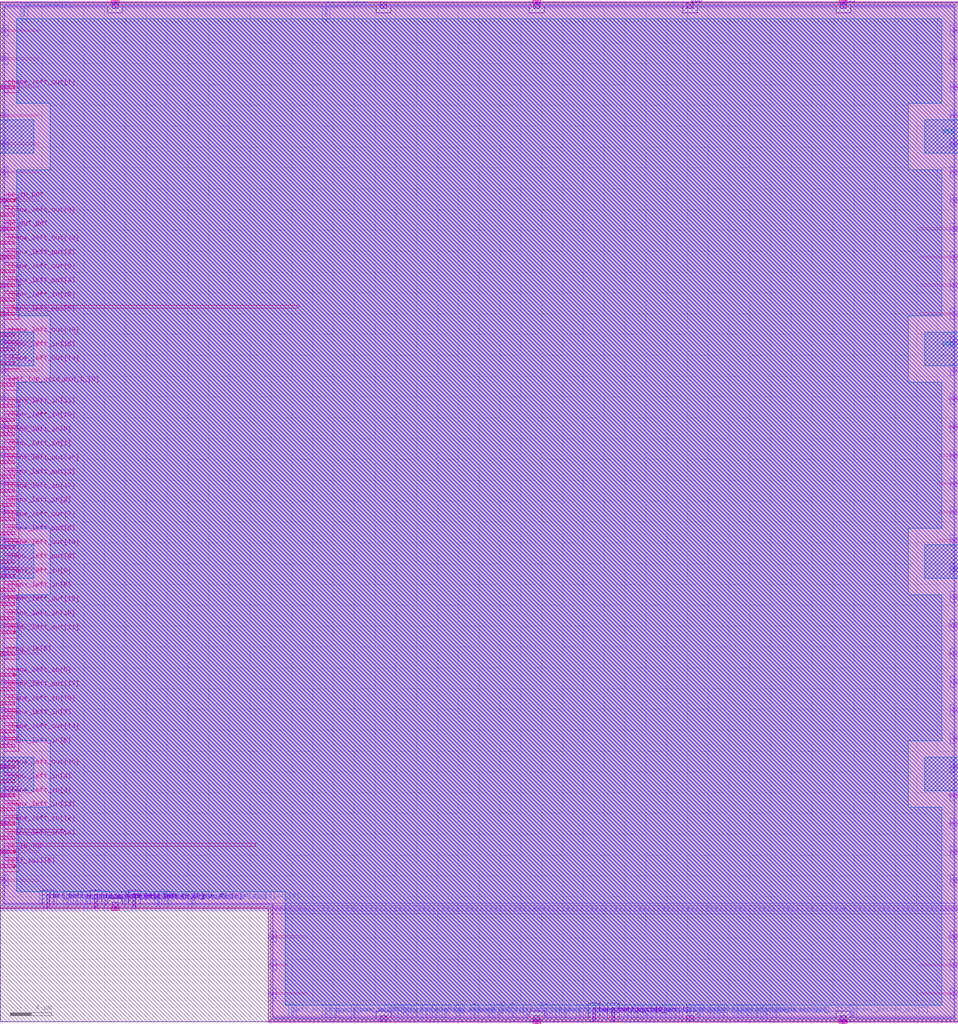
<source format=lef>
VERSION 5.7 ;
BUSBITCHARS "[]" ;

UNITS
  DATABASE MICRONS 1000 ;
END UNITS

MANUFACTURINGGRID 0.005 ;

LAYER li1
  TYPE ROUTING ;
  DIRECTION VERTICAL ;
  PITCH 0.46 ;
  WIDTH 0.17 ;
END li1

LAYER mcon
  TYPE CUT ;
END mcon

LAYER met1
  TYPE ROUTING ;
  DIRECTION HORIZONTAL ;
  PITCH 0.34 ;
  WIDTH 0.14 ;
END met1

LAYER via
  TYPE CUT ;
END via

LAYER met2
  TYPE ROUTING ;
  DIRECTION VERTICAL ;
  PITCH 0.46 ;
  WIDTH 0.14 ;
END met2

LAYER via2
  TYPE CUT ;
END via2

LAYER met3
  TYPE ROUTING ;
  DIRECTION HORIZONTAL ;
  PITCH 0.68 ;
  WIDTH 0.3 ;
END met3

LAYER via3
  TYPE CUT ;
END via3

LAYER met4
  TYPE ROUTING ;
  DIRECTION VERTICAL ;
  PITCH 0.92 ;
  WIDTH 0.3 ;
END met4

LAYER via4
  TYPE CUT ;
END via4

LAYER met5
  TYPE ROUTING ;
  DIRECTION HORIZONTAL ;
  PITCH 3.4 ;
  WIDTH 1.6 ;
END met5

LAYER nwell
  TYPE MASTERSLICE ;
END nwell

LAYER pwell
  TYPE MASTERSLICE ;
END pwell

LAYER OVERLAP
  TYPE OVERLAP ;
END OVERLAP

VIA L1M1_PR
  LAYER li1 ;
    RECT -0.085 -0.085 0.085 0.085 ;
  LAYER mcon ;
    RECT -0.085 -0.085 0.085 0.085 ;
  LAYER met1 ;
    RECT -0.145 -0.115 0.145 0.115 ;
END L1M1_PR

VIA L1M1_PR_R
  LAYER li1 ;
    RECT -0.085 -0.085 0.085 0.085 ;
  LAYER mcon ;
    RECT -0.085 -0.085 0.085 0.085 ;
  LAYER met1 ;
    RECT -0.115 -0.145 0.115 0.145 ;
END L1M1_PR_R

VIA L1M1_PR_M
  LAYER li1 ;
    RECT -0.085 -0.085 0.085 0.085 ;
  LAYER mcon ;
    RECT -0.085 -0.085 0.085 0.085 ;
  LAYER met1 ;
    RECT -0.115 -0.145 0.115 0.145 ;
END L1M1_PR_M

VIA L1M1_PR_MR
  LAYER li1 ;
    RECT -0.085 -0.085 0.085 0.085 ;
  LAYER mcon ;
    RECT -0.085 -0.085 0.085 0.085 ;
  LAYER met1 ;
    RECT -0.145 -0.115 0.145 0.115 ;
END L1M1_PR_MR

VIA L1M1_PR_C
  LAYER li1 ;
    RECT -0.085 -0.085 0.085 0.085 ;
  LAYER mcon ;
    RECT -0.085 -0.085 0.085 0.085 ;
  LAYER met1 ;
    RECT -0.145 -0.145 0.145 0.145 ;
END L1M1_PR_C

VIA M1M2_PR
  LAYER met1 ;
    RECT -0.16 -0.13 0.16 0.13 ;
  LAYER via ;
    RECT -0.075 -0.075 0.075 0.075 ;
  LAYER met2 ;
    RECT -0.13 -0.16 0.13 0.16 ;
END M1M2_PR

VIA M1M2_PR_Enc
  LAYER met1 ;
    RECT -0.16 -0.13 0.16 0.13 ;
  LAYER via ;
    RECT -0.075 -0.075 0.075 0.075 ;
  LAYER met2 ;
    RECT -0.16 -0.13 0.16 0.13 ;
END M1M2_PR_Enc

VIA M1M2_PR_R
  LAYER met1 ;
    RECT -0.13 -0.16 0.13 0.16 ;
  LAYER via ;
    RECT -0.075 -0.075 0.075 0.075 ;
  LAYER met2 ;
    RECT -0.16 -0.13 0.16 0.13 ;
END M1M2_PR_R

VIA M1M2_PR_R_Enc
  LAYER met1 ;
    RECT -0.13 -0.16 0.13 0.16 ;
  LAYER via ;
    RECT -0.075 -0.075 0.075 0.075 ;
  LAYER met2 ;
    RECT -0.13 -0.16 0.13 0.16 ;
END M1M2_PR_R_Enc

VIA M1M2_PR_M
  LAYER met1 ;
    RECT -0.16 -0.13 0.16 0.13 ;
  LAYER via ;
    RECT -0.075 -0.075 0.075 0.075 ;
  LAYER met2 ;
    RECT -0.16 -0.13 0.16 0.13 ;
END M1M2_PR_M

VIA M1M2_PR_M_Enc
  LAYER met1 ;
    RECT -0.16 -0.13 0.16 0.13 ;
  LAYER via ;
    RECT -0.075 -0.075 0.075 0.075 ;
  LAYER met2 ;
    RECT -0.13 -0.16 0.13 0.16 ;
END M1M2_PR_M_Enc

VIA M1M2_PR_MR
  LAYER met1 ;
    RECT -0.13 -0.16 0.13 0.16 ;
  LAYER via ;
    RECT -0.075 -0.075 0.075 0.075 ;
  LAYER met2 ;
    RECT -0.13 -0.16 0.13 0.16 ;
END M1M2_PR_MR

VIA M1M2_PR_MR_Enc
  LAYER met1 ;
    RECT -0.13 -0.16 0.13 0.16 ;
  LAYER via ;
    RECT -0.075 -0.075 0.075 0.075 ;
  LAYER met2 ;
    RECT -0.16 -0.13 0.16 0.13 ;
END M1M2_PR_MR_Enc

VIA M1M2_PR_C
  LAYER met1 ;
    RECT -0.16 -0.16 0.16 0.16 ;
  LAYER via ;
    RECT -0.075 -0.075 0.075 0.075 ;
  LAYER met2 ;
    RECT -0.16 -0.16 0.16 0.16 ;
END M1M2_PR_C

VIA M2M3_PR
  LAYER met2 ;
    RECT -0.14 -0.185 0.14 0.185 ;
  LAYER via2 ;
    RECT -0.1 -0.1 0.1 0.1 ;
  LAYER met3 ;
    RECT -0.165 -0.165 0.165 0.165 ;
END M2M3_PR

VIA M2M3_PR_R
  LAYER met2 ;
    RECT -0.185 -0.14 0.185 0.14 ;
  LAYER via2 ;
    RECT -0.1 -0.1 0.1 0.1 ;
  LAYER met3 ;
    RECT -0.165 -0.165 0.165 0.165 ;
END M2M3_PR_R

VIA M2M3_PR_M
  LAYER met2 ;
    RECT -0.14 -0.185 0.14 0.185 ;
  LAYER via2 ;
    RECT -0.1 -0.1 0.1 0.1 ;
  LAYER met3 ;
    RECT -0.165 -0.165 0.165 0.165 ;
END M2M3_PR_M

VIA M2M3_PR_MR
  LAYER met2 ;
    RECT -0.185 -0.14 0.185 0.14 ;
  LAYER via2 ;
    RECT -0.1 -0.1 0.1 0.1 ;
  LAYER met3 ;
    RECT -0.165 -0.165 0.165 0.165 ;
END M2M3_PR_MR

VIA M2M3_PR_C
  LAYER met2 ;
    RECT -0.185 -0.185 0.185 0.185 ;
  LAYER via2 ;
    RECT -0.1 -0.1 0.1 0.1 ;
  LAYER met3 ;
    RECT -0.165 -0.165 0.165 0.165 ;
END M2M3_PR_C

VIA M3M4_PR
  LAYER met3 ;
    RECT -0.19 -0.16 0.19 0.16 ;
  LAYER via3 ;
    RECT -0.1 -0.1 0.1 0.1 ;
  LAYER met4 ;
    RECT -0.165 -0.165 0.165 0.165 ;
END M3M4_PR

VIA M3M4_PR_R
  LAYER met3 ;
    RECT -0.16 -0.19 0.16 0.19 ;
  LAYER via3 ;
    RECT -0.1 -0.1 0.1 0.1 ;
  LAYER met4 ;
    RECT -0.165 -0.165 0.165 0.165 ;
END M3M4_PR_R

VIA M3M4_PR_M
  LAYER met3 ;
    RECT -0.19 -0.16 0.19 0.16 ;
  LAYER via3 ;
    RECT -0.1 -0.1 0.1 0.1 ;
  LAYER met4 ;
    RECT -0.165 -0.165 0.165 0.165 ;
END M3M4_PR_M

VIA M3M4_PR_MR
  LAYER met3 ;
    RECT -0.16 -0.19 0.16 0.19 ;
  LAYER via3 ;
    RECT -0.1 -0.1 0.1 0.1 ;
  LAYER met4 ;
    RECT -0.165 -0.165 0.165 0.165 ;
END M3M4_PR_MR

VIA M3M4_PR_C
  LAYER met3 ;
    RECT -0.19 -0.19 0.19 0.19 ;
  LAYER via3 ;
    RECT -0.1 -0.1 0.1 0.1 ;
  LAYER met4 ;
    RECT -0.165 -0.165 0.165 0.165 ;
END M3M4_PR_C

VIA M4M5_PR
  LAYER met4 ;
    RECT -0.59 -0.59 0.59 0.59 ;
  LAYER via4 ;
    RECT -0.4 -0.4 0.4 0.4 ;
  LAYER met5 ;
    RECT -0.71 -0.71 0.71 0.71 ;
END M4M5_PR

VIA M4M5_PR_R
  LAYER met4 ;
    RECT -0.59 -0.59 0.59 0.59 ;
  LAYER via4 ;
    RECT -0.4 -0.4 0.4 0.4 ;
  LAYER met5 ;
    RECT -0.71 -0.71 0.71 0.71 ;
END M4M5_PR_R

VIA M4M5_PR_M
  LAYER met4 ;
    RECT -0.59 -0.59 0.59 0.59 ;
  LAYER via4 ;
    RECT -0.4 -0.4 0.4 0.4 ;
  LAYER met5 ;
    RECT -0.71 -0.71 0.71 0.71 ;
END M4M5_PR_M

VIA M4M5_PR_MR
  LAYER met4 ;
    RECT -0.59 -0.59 0.59 0.59 ;
  LAYER via4 ;
    RECT -0.4 -0.4 0.4 0.4 ;
  LAYER met5 ;
    RECT -0.71 -0.71 0.71 0.71 ;
END M4M5_PR_MR

VIA M4M5_PR_C
  LAYER met4 ;
    RECT -0.59 -0.59 0.59 0.59 ;
  LAYER via4 ;
    RECT -0.4 -0.4 0.4 0.4 ;
  LAYER met5 ;
    RECT -0.71 -0.71 0.71 0.71 ;
END M4M5_PR_C

SITE unit
  CLASS CORE ;
  SYMMETRY Y ;
  SIZE 0.46 BY 2.72 ;
END unit

SITE unithddbl
  CLASS CORE ;
  SIZE 0.46 BY 5.44 ;
END unithddbl

MACRO sb_2__2_
  CLASS BLOCK ;
  ORIGIN 0 0 ;
  SIZE 92 BY 97.92 ;
  SYMMETRY X Y ;
  PIN prog_clk[0]
    DIRECTION INPUT ;
    USE CLOCK ;
    PORT
      LAYER met3 ;
        RECT 0 35.21 1.38 35.51 ;
    END
  END prog_clk[0]
  PIN chany_bottom_in[0]
    DIRECTION INPUT ;
    USE SIGNAL ;
    PORT
      LAYER met2 ;
        RECT 55.59 0 55.73 1.36 ;
    END
  END chany_bottom_in[0]
  PIN chany_bottom_in[1]
    DIRECTION INPUT ;
    USE SIGNAL ;
    PORT
      LAYER met2 ;
        RECT 50.53 0 50.67 1.36 ;
    END
  END chany_bottom_in[1]
  PIN chany_bottom_in[2]
    DIRECTION INPUT ;
    USE SIGNAL ;
    PORT
      LAYER met4 ;
        RECT 56.89 0 57.19 1.36 ;
    END
  END chany_bottom_in[2]
  PIN chany_bottom_in[3]
    DIRECTION INPUT ;
    USE SIGNAL ;
    PORT
      LAYER met2 ;
        RECT 46.85 0 46.99 1.36 ;
    END
  END chany_bottom_in[3]
  PIN chany_bottom_in[4]
    DIRECTION INPUT ;
    USE SIGNAL ;
    PORT
      LAYER met2 ;
        RECT 54.21 0 54.35 1.36 ;
    END
  END chany_bottom_in[4]
  PIN chany_bottom_in[5]
    DIRECTION INPUT ;
    USE SIGNAL ;
    PORT
      LAYER met2 ;
        RECT 53.29 0 53.43 1.36 ;
    END
  END chany_bottom_in[5]
  PIN chany_bottom_in[6]
    DIRECTION INPUT ;
    USE SIGNAL ;
    PORT
      LAYER met2 ;
        RECT 69.39 0 69.53 1.36 ;
    END
  END chany_bottom_in[6]
  PIN chany_bottom_in[7]
    DIRECTION INPUT ;
    USE SIGNAL ;
    PORT
      LAYER met2 ;
        RECT 62.95 0 63.09 1.36 ;
    END
  END chany_bottom_in[7]
  PIN chany_bottom_in[8]
    DIRECTION INPUT ;
    USE SIGNAL ;
    PORT
      LAYER met2 ;
        RECT 72.61 0 72.75 1.36 ;
    END
  END chany_bottom_in[8]
  PIN chany_bottom_in[9]
    DIRECTION INPUT ;
    USE SIGNAL ;
    PORT
      LAYER met2 ;
        RECT 64.79 0 64.93 1.36 ;
    END
  END chany_bottom_in[9]
  PIN chany_bottom_in[10]
    DIRECTION INPUT ;
    USE SIGNAL ;
    PORT
      LAYER met2 ;
        RECT 39.95 0 40.09 1.36 ;
    END
  END chany_bottom_in[10]
  PIN chany_bottom_in[11]
    DIRECTION INPUT ;
    USE SIGNAL ;
    PORT
      LAYER met2 ;
        RECT 62.03 0 62.17 1.36 ;
    END
  END chany_bottom_in[11]
  PIN chany_bottom_in[12]
    DIRECTION INPUT ;
    USE SIGNAL ;
    PORT
      LAYER met2 ;
        RECT 42.71 0 42.85 1.36 ;
    END
  END chany_bottom_in[12]
  PIN chany_bottom_in[13]
    DIRECTION INPUT ;
    USE SIGNAL ;
    PORT
      LAYER met2 ;
        RECT 44.09 0 44.23 1.36 ;
    END
  END chany_bottom_in[13]
  PIN chany_bottom_in[14]
    DIRECTION INPUT ;
    USE SIGNAL ;
    PORT
      LAYER met2 ;
        RECT 56.51 0 56.65 1.36 ;
    END
  END chany_bottom_in[14]
  PIN chany_bottom_in[15]
    DIRECTION INPUT ;
    USE SIGNAL ;
    PORT
      LAYER met2 ;
        RECT 60.19 0 60.33 1.36 ;
    END
  END chany_bottom_in[15]
  PIN chany_bottom_in[16]
    DIRECTION INPUT ;
    USE SIGNAL ;
    PORT
      LAYER met2 ;
        RECT 68.47 0 68.61 1.36 ;
    END
  END chany_bottom_in[16]
  PIN chany_bottom_in[17]
    DIRECTION INPUT ;
    USE SIGNAL ;
    PORT
      LAYER met2 ;
        RECT 73.53 0 73.67 1.36 ;
    END
  END chany_bottom_in[17]
  PIN chany_bottom_in[18]
    DIRECTION INPUT ;
    USE SIGNAL ;
    PORT
      LAYER met2 ;
        RECT 74.45 0 74.59 1.36 ;
    END
  END chany_bottom_in[18]
  PIN chany_bottom_in[19]
    DIRECTION INPUT ;
    USE SIGNAL ;
    PORT
      LAYER met2 ;
        RECT 61.11 0 61.25 1.36 ;
    END
  END chany_bottom_in[19]
  PIN bottom_right_grid_pin_1_[0]
    DIRECTION INPUT ;
    USE SIGNAL ;
    PORT
      LAYER met2 ;
        RECT 39.03 0 39.17 1.36 ;
    END
  END bottom_right_grid_pin_1_[0]
  PIN bottom_left_grid_pin_42_[0]
    DIRECTION INPUT ;
    USE SIGNAL ;
    PORT
      LAYER met4 ;
        RECT 12.73 10.88 13.03 12.24 ;
    END
  END bottom_left_grid_pin_42_[0]
  PIN bottom_left_grid_pin_43_[0]
    DIRECTION INPUT ;
    USE SIGNAL ;
    PORT
      LAYER met4 ;
        RECT 9.05 10.88 9.35 12.24 ;
    END
  END bottom_left_grid_pin_43_[0]
  PIN bottom_left_grid_pin_44_[0]
    DIRECTION INPUT ;
    USE SIGNAL ;
    PORT
      LAYER met2 ;
        RECT 18.33 10.88 18.47 12.24 ;
    END
  END bottom_left_grid_pin_44_[0]
  PIN bottom_left_grid_pin_45_[0]
    DIRECTION INPUT ;
    USE SIGNAL ;
    PORT
      LAYER met2 ;
        RECT 7.29 10.88 7.43 12.24 ;
    END
  END bottom_left_grid_pin_45_[0]
  PIN bottom_left_grid_pin_46_[0]
    DIRECTION INPUT ;
    USE SIGNAL ;
    PORT
      LAYER met2 ;
        RECT 9.13 10.88 9.27 12.24 ;
    END
  END bottom_left_grid_pin_46_[0]
  PIN bottom_left_grid_pin_47_[0]
    DIRECTION INPUT ;
    USE SIGNAL ;
    PORT
      LAYER met2 ;
        RECT 15.11 10.88 15.25 12.24 ;
    END
  END bottom_left_grid_pin_47_[0]
  PIN bottom_left_grid_pin_48_[0]
    DIRECTION INPUT ;
    USE SIGNAL ;
    PORT
      LAYER met2 ;
        RECT 8.21 10.88 8.35 12.24 ;
    END
  END bottom_left_grid_pin_48_[0]
  PIN bottom_left_grid_pin_49_[0]
    DIRECTION INPUT ;
    USE SIGNAL ;
    PORT
      LAYER met2 ;
        RECT 10.05 10.88 10.19 12.24 ;
    END
  END bottom_left_grid_pin_49_[0]
  PIN chanx_left_in[0]
    DIRECTION INPUT ;
    USE SIGNAL ;
    PORT
      LAYER met3 ;
        RECT 0 42.69 1.38 42.99 ;
    END
  END chanx_left_in[0]
  PIN chanx_left_in[1]
    DIRECTION INPUT ;
    USE SIGNAL ;
    PORT
      LAYER met3 ;
        RECT 0 54.93 1.38 55.23 ;
    END
  END chanx_left_in[1]
  PIN chanx_left_in[2]
    DIRECTION INPUT ;
    USE SIGNAL ;
    PORT
      LAYER met3 ;
        RECT 0 49.49 1.38 49.79 ;
    END
  END chanx_left_in[2]
  PIN chanx_left_in[3]
    DIRECTION INPUT ;
    USE SIGNAL ;
    PORT
      LAYER met3 ;
        RECT 0 21.61 1.38 21.91 ;
    END
  END chanx_left_in[3]
  PIN chanx_left_in[4]
    DIRECTION INPUT ;
    USE SIGNAL ;
    PORT
      LAYER met3 ;
        RECT 0 22.97 1.38 23.27 ;
    END
  END chanx_left_in[4]
  PIN chanx_left_in[5]
    DIRECTION INPUT ;
    USE SIGNAL ;
    PORT
      LAYER met3 ;
        RECT 0 33.17 1.38 33.47 ;
    END
  END chanx_left_in[5]
  PIN chanx_left_in[6]
    DIRECTION INPUT ;
    USE SIGNAL ;
    PORT
      LAYER met3 ;
        RECT 0 26.37 1.38 26.67 ;
    END
  END chanx_left_in[6]
  PIN chanx_left_in[7]
    DIRECTION INPUT ;
    USE SIGNAL ;
    PORT
      LAYER met3 ;
        RECT 0 29.09 1.38 29.39 ;
    END
  END chanx_left_in[7]
  PIN chanx_left_in[8]
    DIRECTION INPUT ;
    USE SIGNAL ;
    PORT
      LAYER met3 ;
        RECT 0 41.33 1.38 41.63 ;
    END
  END chanx_left_in[8]
  PIN chanx_left_in[9]
    DIRECTION INPUT ;
    USE SIGNAL ;
    PORT
      LAYER met3 ;
        RECT 0 56.29 1.38 56.59 ;
    END
  END chanx_left_in[9]
  PIN chanx_left_in[10]
    DIRECTION INPUT ;
    USE SIGNAL ;
    PORT
      LAYER met3 ;
        RECT 0 57.65 1.38 57.95 ;
    END
  END chanx_left_in[10]
  PIN chanx_left_in[11]
    DIRECTION INPUT ;
    USE SIGNAL ;
    PORT
      LAYER met3 ;
        RECT 0 59.01 1.38 59.31 ;
    END
  END chanx_left_in[11]
  PIN chanx_left_in[12]
    DIRECTION INPUT ;
    USE SIGNAL ;
    PORT
      LAYER met3 ;
        RECT 0 18.89 1.38 19.19 ;
    END
  END chanx_left_in[12]
  PIN chanx_left_in[13]
    DIRECTION INPUT ;
    USE SIGNAL ;
    PORT
      LAYER met3 ;
        RECT 0 20.25 1.38 20.55 ;
    END
  END chanx_left_in[13]
  PIN chanx_left_in[14]
    DIRECTION INPUT ;
    USE SIGNAL ;
    PORT
      LAYER met3 ;
        RECT 0 17.53 1.38 17.83 ;
    END
  END chanx_left_in[14]
  PIN chanx_left_in[15]
    DIRECTION INPUT ;
    USE SIGNAL ;
    PORT
      LAYER met3 ;
        RECT 0 30.45 1.38 30.75 ;
    END
  END chanx_left_in[15]
  PIN chanx_left_in[16]
    DIRECTION INPUT ;
    USE SIGNAL ;
    PORT
      LAYER met3 ;
        RECT 0 64.45 1.38 64.75 ;
    END
  END chanx_left_in[16]
  PIN chanx_left_in[17]
    DIRECTION INPUT ;
    USE SIGNAL ;
    PORT
      LAYER met3 ;
        RECT 0 50.85 1.38 51.15 ;
    END
  END chanx_left_in[17]
  PIN chanx_left_in[18]
    DIRECTION INPUT ;
    USE SIGNAL ;
    PORT
      LAYER met3 ;
        RECT 0 69.21 1.38 69.51 ;
    END
  END chanx_left_in[18]
  PIN chanx_left_in[19]
    DIRECTION INPUT ;
    USE SIGNAL ;
    PORT
      LAYER met3 ;
        RECT 0 38.61 1.38 38.91 ;
    END
  END chanx_left_in[19]
  PIN left_top_grid_pin_1_[0]
    DIRECTION INPUT ;
    USE SIGNAL ;
    PORT
      LAYER met3 ;
        RECT 0 61.05 1.38 61.35 ;
    END
  END left_top_grid_pin_1_[0]
  PIN left_bottom_grid_pin_34_[0]
    DIRECTION INPUT ;
    USE SIGNAL ;
    PORT
      LAYER met2 ;
        RECT 27.99 0 28.13 1.36 ;
    END
  END left_bottom_grid_pin_34_[0]
  PIN left_bottom_grid_pin_35_[0]
    DIRECTION INPUT ;
    USE SIGNAL ;
    PORT
      LAYER met2 ;
        RECT 12.81 10.88 12.95 12.24 ;
    END
  END left_bottom_grid_pin_35_[0]
  PIN left_bottom_grid_pin_36_[0]
    DIRECTION INPUT ;
    USE SIGNAL ;
    PORT
      LAYER met2 ;
        RECT 4.99 10.88 5.13 12.24 ;
    END
  END left_bottom_grid_pin_36_[0]
  PIN left_bottom_grid_pin_37_[0]
    DIRECTION INPUT ;
    USE SIGNAL ;
    PORT
      LAYER met2 ;
        RECT 4.07 10.88 4.21 12.24 ;
    END
  END left_bottom_grid_pin_37_[0]
  PIN left_bottom_grid_pin_38_[0]
    DIRECTION INPUT ;
    USE SIGNAL ;
    PORT
      LAYER met2 ;
        RECT 6.37 10.88 6.51 12.24 ;
    END
  END left_bottom_grid_pin_38_[0]
  PIN left_bottom_grid_pin_39_[0]
    DIRECTION INPUT ;
    USE SIGNAL ;
    PORT
      LAYER met4 ;
        RECT 4.45 10.88 4.75 12.24 ;
    END
  END left_bottom_grid_pin_39_[0]
  PIN left_bottom_grid_pin_40_[0]
    DIRECTION INPUT ;
    USE SIGNAL ;
    PORT
      LAYER met2 ;
        RECT 11.89 10.88 12.03 12.24 ;
    END
  END left_bottom_grid_pin_40_[0]
  PIN left_bottom_grid_pin_41_[0]
    DIRECTION INPUT ;
    USE SIGNAL ;
    PORT
      LAYER met2 ;
        RECT 16.03 10.88 16.17 12.24 ;
    END
  END left_bottom_grid_pin_41_[0]
  PIN ccff_head[0]
    DIRECTION INPUT ;
    USE SIGNAL ;
    PORT
      LAYER met2 ;
        RECT 2.23 96.56 2.37 97.92 ;
    END
  END ccff_head[0]
  PIN chany_bottom_out[0]
    DIRECTION OUTPUT ;
    USE SIGNAL ;
    PORT
      LAYER met2 ;
        RECT 63.87 0 64.01 1.36 ;
    END
  END chany_bottom_out[0]
  PIN chany_bottom_out[1]
    DIRECTION OUTPUT ;
    USE SIGNAL ;
    PORT
      LAYER met4 ;
        RECT 58.73 0 59.03 1.36 ;
    END
  END chany_bottom_out[1]
  PIN chany_bottom_out[2]
    DIRECTION OUTPUT ;
    USE SIGNAL ;
    PORT
      LAYER met2 ;
        RECT 81.81 0 81.95 1.36 ;
    END
  END chany_bottom_out[2]
  PIN chany_bottom_out[3]
    DIRECTION OUTPUT ;
    USE SIGNAL ;
    PORT
      LAYER met2 ;
        RECT 40.87 0 41.01 1.36 ;
    END
  END chany_bottom_out[3]
  PIN chany_bottom_out[4]
    DIRECTION OUTPUT ;
    USE SIGNAL ;
    PORT
      LAYER met2 ;
        RECT 37.19 0 37.33 1.36 ;
    END
  END chany_bottom_out[4]
  PIN chany_bottom_out[5]
    DIRECTION OUTPUT ;
    USE SIGNAL ;
    PORT
      LAYER met2 ;
        RECT 41.79 0 41.93 1.36 ;
    END
  END chany_bottom_out[5]
  PIN chany_bottom_out[6]
    DIRECTION OUTPUT ;
    USE SIGNAL ;
    PORT
      LAYER met2 ;
        RECT 66.17 0 66.31 1.36 ;
    END
  END chany_bottom_out[6]
  PIN chany_bottom_out[7]
    DIRECTION OUTPUT ;
    USE SIGNAL ;
    PORT
      LAYER met2 ;
        RECT 47.77 0 47.91 1.36 ;
    END
  END chany_bottom_out[7]
  PIN chany_bottom_out[8]
    DIRECTION OUTPUT ;
    USE SIGNAL ;
    PORT
      LAYER met2 ;
        RECT 57.43 0 57.57 1.36 ;
    END
  END chany_bottom_out[8]
  PIN chany_bottom_out[9]
    DIRECTION OUTPUT ;
    USE SIGNAL ;
    PORT
      LAYER met2 ;
        RECT 38.11 0 38.25 1.36 ;
    END
  END chany_bottom_out[9]
  PIN chany_bottom_out[10]
    DIRECTION OUTPUT ;
    USE SIGNAL ;
    PORT
      LAYER met2 ;
        RECT 71.69 0 71.83 1.36 ;
    END
  END chany_bottom_out[10]
  PIN chany_bottom_out[11]
    DIRECTION OUTPUT ;
    USE SIGNAL ;
    PORT
      LAYER met2 ;
        RECT 33.97 0 34.11 1.36 ;
    END
  END chany_bottom_out[11]
  PIN chany_bottom_out[12]
    DIRECTION OUTPUT ;
    USE SIGNAL ;
    PORT
      LAYER met2 ;
        RECT 58.81 0 58.95 1.36 ;
    END
  END chany_bottom_out[12]
  PIN chany_bottom_out[13]
    DIRECTION OUTPUT ;
    USE SIGNAL ;
    PORT
      LAYER met2 ;
        RECT 32.13 0 32.27 1.36 ;
    END
  END chany_bottom_out[13]
  PIN chany_bottom_out[14]
    DIRECTION OUTPUT ;
    USE SIGNAL ;
    PORT
      LAYER met2 ;
        RECT 67.09 0 67.23 1.36 ;
    END
  END chany_bottom_out[14]
  PIN chany_bottom_out[15]
    DIRECTION OUTPUT ;
    USE SIGNAL ;
    PORT
      LAYER met2 ;
        RECT 49.15 0 49.29 1.36 ;
    END
  END chany_bottom_out[15]
  PIN chany_bottom_out[16]
    DIRECTION OUTPUT ;
    USE SIGNAL ;
    PORT
      LAYER met2 ;
        RECT 52.37 0 52.51 1.36 ;
    END
  END chany_bottom_out[16]
  PIN chany_bottom_out[17]
    DIRECTION OUTPUT ;
    USE SIGNAL ;
    PORT
      LAYER met2 ;
        RECT 45.47 0 45.61 1.36 ;
    END
  END chany_bottom_out[17]
  PIN chany_bottom_out[18]
    DIRECTION OUTPUT ;
    USE SIGNAL ;
    PORT
      LAYER met2 ;
        RECT 70.77 0 70.91 1.36 ;
    END
  END chany_bottom_out[18]
  PIN chany_bottom_out[19]
    DIRECTION OUTPUT ;
    USE SIGNAL ;
    PORT
      LAYER met2 ;
        RECT 31.21 0 31.35 1.36 ;
    END
  END chany_bottom_out[19]
  PIN chanx_left_out[0]
    DIRECTION OUTPUT ;
    USE SIGNAL ;
    PORT
      LAYER met3 ;
        RECT 0 71.93 1.38 72.23 ;
    END
  END chanx_left_out[0]
  PIN chanx_left_out[1]
    DIRECTION OUTPUT ;
    USE SIGNAL ;
    PORT
      LAYER met3 ;
        RECT 0 89.61 1.38 89.91 ;
    END
  END chanx_left_out[1]
  PIN chanx_left_out[2]
    DIRECTION OUTPUT ;
    USE SIGNAL ;
    PORT
      LAYER met3 ;
        RECT 0 73.29 1.38 73.59 ;
    END
  END chanx_left_out[2]
  PIN chanx_left_out[3]
    DIRECTION OUTPUT ;
    USE SIGNAL ;
    PORT
      LAYER met3 ;
        RECT 0 52.21 1.38 52.51 ;
    END
  END chanx_left_out[3]
  PIN chanx_left_out[4]
    DIRECTION OUTPUT ;
    USE SIGNAL ;
    PORT
      LAYER met3 ;
        RECT 0 70.57 1.38 70.87 ;
    END
  END chanx_left_out[4]
  PIN chanx_left_out[5]
    DIRECTION OUTPUT ;
    USE SIGNAL ;
    PORT
      LAYER met3 ;
        RECT 0 67.85 1.38 68.15 ;
    END
  END chanx_left_out[5]
  PIN chanx_left_out[6]
    DIRECTION OUTPUT ;
    USE SIGNAL ;
    PORT
      LAYER met3 ;
        RECT 0 46.77 1.38 47.07 ;
    END
  END chanx_left_out[6]
  PIN chanx_left_out[7]
    DIRECTION OUTPUT ;
    USE SIGNAL ;
    PORT
      LAYER met3 ;
        RECT 0 48.13 1.38 48.43 ;
    END
  END chanx_left_out[7]
  PIN chanx_left_out[8]
    DIRECTION OUTPUT ;
    USE SIGNAL ;
    PORT
      LAYER met3 ;
        RECT 0 77.37 1.38 77.67 ;
    END
  END chanx_left_out[8]
  PIN chanx_left_out[9]
    DIRECTION OUTPUT ;
    USE SIGNAL ;
    PORT
      LAYER met3 ;
        RECT 0 44.05 1.38 44.35 ;
    END
  END chanx_left_out[9]
  PIN chanx_left_out[10]
    DIRECTION OUTPUT ;
    USE SIGNAL ;
    PORT
      LAYER met3 ;
        RECT 0 53.57 1.38 53.87 ;
    END
  END chanx_left_out[10]
  PIN chanx_left_out[11]
    DIRECTION OUTPUT ;
    USE SIGNAL ;
    PORT
      LAYER met3 ;
        RECT 0 37.25 1.38 37.55 ;
    END
  END chanx_left_out[11]
  PIN chanx_left_out[12]
    DIRECTION OUTPUT ;
    USE SIGNAL ;
    PORT
      LAYER met3 ;
        RECT 0 74.65 1.38 74.95 ;
    END
  END chanx_left_out[12]
  PIN chanx_left_out[13]
    DIRECTION OUTPUT ;
    USE SIGNAL ;
    PORT
      LAYER met3 ;
        RECT 0 27.73 1.38 28.03 ;
    END
  END chanx_left_out[13]
  PIN chanx_left_out[14]
    DIRECTION OUTPUT ;
    USE SIGNAL ;
    PORT
      LAYER met3 ;
        RECT 0 63.09 1.38 63.39 ;
    END
  END chanx_left_out[14]
  PIN chanx_left_out[15]
    DIRECTION OUTPUT ;
    USE SIGNAL ;
    PORT
      LAYER met3 ;
        RECT 0 39.97 1.38 40.27 ;
    END
  END chanx_left_out[15]
  PIN chanx_left_out[16]
    DIRECTION OUTPUT ;
    USE SIGNAL ;
    PORT
      LAYER met3 ;
        RECT 0 24.33 1.38 24.63 ;
    END
  END chanx_left_out[16]
  PIN chanx_left_out[17]
    DIRECTION OUTPUT ;
    USE SIGNAL ;
    PORT
      LAYER met3 ;
        RECT 0 31.81 1.38 32.11 ;
    END
  END chanx_left_out[17]
  PIN chanx_left_out[18]
    DIRECTION OUTPUT ;
    USE SIGNAL ;
    PORT
      LAYER met3 ;
        RECT 0 45.41 1.38 45.71 ;
    END
  END chanx_left_out[18]
  PIN chanx_left_out[19]
    DIRECTION OUTPUT ;
    USE SIGNAL ;
    PORT
      LAYER met3 ;
        RECT 0 65.81 1.38 66.11 ;
    END
  END chanx_left_out[19]
  PIN ccff_tail[0]
    DIRECTION OUTPUT ;
    USE SIGNAL ;
    PORT
      LAYER met3 ;
        RECT 0 14.81 1.38 15.11 ;
    END
  END ccff_tail[0]
  PIN SC_IN_TOP
    DIRECTION INPUT ;
    USE SIGNAL ;
    PORT
      LAYER met3 ;
        RECT 0 16.17 1.38 16.47 ;
    END
  END SC_IN_TOP
  PIN SC_IN_BOT
    DIRECTION INPUT ;
    USE SIGNAL ;
    PORT
      LAYER met3 ;
        RECT 0 78.73 1.38 79.03 ;
    END
  END SC_IN_BOT
  PIN SC_OUT_TOP
    DIRECTION OUTPUT ;
    USE SIGNAL ;
    PORT
      LAYER met2 ;
        RECT 31.21 96.56 31.35 97.92 ;
    END
  END SC_OUT_TOP
  PIN SC_OUT_BOT
    DIRECTION OUTPUT ;
    USE SIGNAL ;
    PORT
      LAYER met3 ;
        RECT 0 76.01 1.38 76.31 ;
    END
  END SC_OUT_BOT
  PIN VDD
    DIRECTION INPUT ;
    USE POWER ;
    PORT
      LAYER met1 ;
        RECT 25.76 2.48 26.24 2.96 ;
        RECT 91.52 2.48 92 2.96 ;
        RECT 25.76 7.92 26.24 8.4 ;
        RECT 91.52 7.92 92 8.4 ;
        RECT 0 13.36 0.48 13.84 ;
        RECT 91.52 13.36 92 13.84 ;
        RECT 0 18.8 0.48 19.28 ;
        RECT 91.52 18.8 92 19.28 ;
        RECT 0 24.24 0.48 24.72 ;
        RECT 91.52 24.24 92 24.72 ;
        RECT 0 29.68 0.48 30.16 ;
        RECT 91.52 29.68 92 30.16 ;
        RECT 0 35.12 0.48 35.6 ;
        RECT 91.52 35.12 92 35.6 ;
        RECT 0 40.56 0.48 41.04 ;
        RECT 91.52 40.56 92 41.04 ;
        RECT 0 46 0.48 46.48 ;
        RECT 91.52 46 92 46.48 ;
        RECT 0 51.44 0.48 51.92 ;
        RECT 91.52 51.44 92 51.92 ;
        RECT 0 56.88 0.48 57.36 ;
        RECT 91.52 56.88 92 57.36 ;
        RECT 0 62.32 0.48 62.8 ;
        RECT 91.52 62.32 92 62.8 ;
        RECT 0 67.76 0.48 68.24 ;
        RECT 91.52 67.76 92 68.24 ;
        RECT 0 73.2 0.48 73.68 ;
        RECT 91.52 73.2 92 73.68 ;
        RECT 0 78.64 0.48 79.12 ;
        RECT 91.52 78.64 92 79.12 ;
        RECT 0 84.08 0.48 84.56 ;
        RECT 91.52 84.08 92 84.56 ;
        RECT 0 89.52 0.48 90 ;
        RECT 91.52 89.52 92 90 ;
        RECT 0 94.96 0.48 95.44 ;
        RECT 91.52 94.96 92 95.44 ;
      LAYER met4 ;
        RECT 36.5 0 37.1 0.6 ;
        RECT 65.94 0 66.54 0.6 ;
        RECT 36.5 97.32 37.1 97.92 ;
        RECT 65.94 97.32 66.54 97.92 ;
      LAYER met5 ;
        RECT 0 22.2 3.2 25.4 ;
        RECT 88.8 22.2 92 25.4 ;
        RECT 0 63 3.2 66.2 ;
        RECT 88.8 63 92 66.2 ;
    END
  END VDD
  PIN VSS
    DIRECTION INPUT ;
    USE GROUND ;
    PORT
      LAYER met1 ;
        RECT 25.76 0 92 0.24 ;
        RECT 25.76 5.2 26.24 5.68 ;
        RECT 91.52 5.2 92 5.68 ;
        RECT 0 10.64 92 11.12 ;
        RECT 0 16.08 0.48 16.56 ;
        RECT 91.52 16.08 92 16.56 ;
        RECT 0 21.52 0.48 22 ;
        RECT 91.52 21.52 92 22 ;
        RECT 0 26.96 0.48 27.44 ;
        RECT 91.52 26.96 92 27.44 ;
        RECT 0 32.4 0.48 32.88 ;
        RECT 91.52 32.4 92 32.88 ;
        RECT 0 37.84 0.48 38.32 ;
        RECT 91.52 37.84 92 38.32 ;
        RECT 0 43.28 0.48 43.76 ;
        RECT 91.52 43.28 92 43.76 ;
        RECT 0 48.72 0.48 49.2 ;
        RECT 91.52 48.72 92 49.2 ;
        RECT 0 54.16 0.48 54.64 ;
        RECT 91.52 54.16 92 54.64 ;
        RECT 0 59.6 0.48 60.08 ;
        RECT 91.52 59.6 92 60.08 ;
        RECT 0 65.04 0.48 65.52 ;
        RECT 91.52 65.04 92 65.52 ;
        RECT 0 70.48 0.48 70.96 ;
        RECT 91.52 70.48 92 70.96 ;
        RECT 0 75.92 0.48 76.4 ;
        RECT 91.52 75.92 92 76.4 ;
        RECT 0 81.36 0.48 81.84 ;
        RECT 91.52 81.36 92 81.84 ;
        RECT 0 86.8 0.48 87.28 ;
        RECT 91.52 86.8 92 87.28 ;
        RECT 0 92.24 0.48 92.72 ;
        RECT 91.52 92.24 92 92.72 ;
        RECT 0 97.68 92 97.92 ;
      LAYER met4 ;
        RECT 51.22 0 51.82 0.6 ;
        RECT 80.66 0 81.26 0.6 ;
        RECT 10.74 10.88 11.34 11.48 ;
        RECT 10.74 97.32 11.34 97.92 ;
        RECT 51.22 97.32 51.82 97.92 ;
        RECT 80.66 97.32 81.26 97.92 ;
      LAYER met5 ;
        RECT 0 42.6 3.2 45.8 ;
        RECT 88.8 42.6 92 45.8 ;
        RECT 0 83.4 3.2 86.6 ;
        RECT 88.8 83.4 92 86.6 ;
    END
  END VSS
  OBS
    LAYER li1 ;
      RECT 0 97.835 92 98.005 ;
      RECT 91.54 95.115 92 95.285 ;
      RECT 0 95.115 3.68 95.285 ;
      RECT 91.54 92.395 92 92.565 ;
      RECT 0 92.395 3.68 92.565 ;
      RECT 91.54 89.675 92 89.845 ;
      RECT 0 89.675 3.68 89.845 ;
      RECT 91.54 86.955 92 87.125 ;
      RECT 0 86.955 3.68 87.125 ;
      RECT 91.54 84.235 92 84.405 ;
      RECT 0 84.235 3.68 84.405 ;
      RECT 91.54 81.515 92 81.685 ;
      RECT 0 81.515 3.68 81.685 ;
      RECT 91.54 78.795 92 78.965 ;
      RECT 0 78.795 3.68 78.965 ;
      RECT 88.32 76.075 92 76.245 ;
      RECT 0 76.075 1.84 76.245 ;
      RECT 88.32 73.355 92 73.525 ;
      RECT 0 73.355 1.84 73.525 ;
      RECT 88.32 70.635 92 70.805 ;
      RECT 0 70.635 1.84 70.805 ;
      RECT 88.32 67.915 92 68.085 ;
      RECT 0 67.915 1.84 68.085 ;
      RECT 91.54 65.195 92 65.365 ;
      RECT 0 65.195 3.68 65.365 ;
      RECT 91.54 62.475 92 62.645 ;
      RECT 0 62.475 3.68 62.645 ;
      RECT 91.08 59.755 92 59.925 ;
      RECT 0 59.755 3.68 59.925 ;
      RECT 91.08 57.035 92 57.205 ;
      RECT 0 57.035 3.68 57.205 ;
      RECT 90.16 54.315 92 54.485 ;
      RECT 0 54.315 3.68 54.485 ;
      RECT 90.16 51.595 92 51.765 ;
      RECT 0 51.595 3.68 51.765 ;
      RECT 90.16 48.875 92 49.045 ;
      RECT 0 48.875 1.84 49.045 ;
      RECT 90.16 46.155 92 46.325 ;
      RECT 0 46.155 3.68 46.325 ;
      RECT 91.54 43.435 92 43.605 ;
      RECT 0 43.435 3.68 43.605 ;
      RECT 91.54 40.715 92 40.885 ;
      RECT 0 40.715 3.68 40.885 ;
      RECT 91.08 37.995 92 38.165 ;
      RECT 0 37.995 3.68 38.165 ;
      RECT 91.08 35.275 92 35.445 ;
      RECT 0 35.275 3.68 35.445 ;
      RECT 91.54 32.555 92 32.725 ;
      RECT 0 32.555 3.68 32.725 ;
      RECT 91.54 29.835 92 30.005 ;
      RECT 0 29.835 1.84 30.005 ;
      RECT 91.54 27.115 92 27.285 ;
      RECT 0 27.115 1.84 27.285 ;
      RECT 91.54 24.395 92 24.565 ;
      RECT 0 24.395 1.84 24.565 ;
      RECT 91.08 21.675 92 21.845 ;
      RECT 0 21.675 1.84 21.845 ;
      RECT 91.08 18.955 92 19.125 ;
      RECT 0 18.955 1.84 19.125 ;
      RECT 91.54 16.235 92 16.405 ;
      RECT 0 16.235 3.68 16.405 ;
      RECT 91.54 13.515 92 13.685 ;
      RECT 0 13.515 3.68 13.685 ;
      RECT 91.08 10.795 92 10.965 ;
      RECT 0 10.795 29.44 10.965 ;
      RECT 91.08 8.075 92 8.245 ;
      RECT 25.76 8.075 29.44 8.245 ;
      RECT 88.32 5.355 92 5.525 ;
      RECT 25.76 5.355 27.6 5.525 ;
      RECT 88.32 2.635 92 2.805 ;
      RECT 25.76 2.635 29.44 2.805 ;
      RECT 25.76 -0.085 92 0.085 ;
    LAYER met3 ;
      POLYGON 81.125 98.085 81.125 98.08 81.34 98.08 81.34 97.76 81.125 97.76 81.125 97.755 80.795 97.755 80.795 97.76 80.58 97.76 80.58 98.08 80.795 98.08 80.795 98.085 ;
      POLYGON 51.685 98.085 51.685 98.08 51.9 98.08 51.9 97.76 51.685 97.76 51.685 97.755 51.355 97.755 51.355 97.76 51.14 97.76 51.14 98.08 51.355 98.08 51.355 98.085 ;
      POLYGON 11.205 98.085 11.205 98.08 11.42 98.08 11.42 97.76 11.205 97.76 11.205 97.755 10.875 97.755 10.875 97.76 10.66 97.76 10.66 98.08 10.875 98.08 10.875 98.085 ;
      POLYGON 28.67 68.83 28.67 68.53 1.23 68.53 1.23 68.81 1.78 68.81 1.78 68.83 ;
      POLYGON 2.03 18.52 2.03 18.51 6.13 18.51 6.13 18.21 2.03 18.21 2.03 18.2 1.65 18.2 1.65 18.52 ;
      POLYGON 24.53 17.15 24.53 16.85 1.23 16.85 1.23 17.13 1.78 17.13 1.78 17.15 ;
      POLYGON 11.205 11.045 11.205 11.04 11.42 11.04 11.42 10.72 11.205 10.72 11.205 10.715 10.875 10.715 10.875 10.72 10.66 10.72 10.66 11.04 10.875 11.04 10.875 11.045 ;
      POLYGON 81.125 0.165 81.125 0.16 81.34 0.16 81.34 -0.16 81.125 -0.16 81.125 -0.165 80.795 -0.165 80.795 -0.16 80.58 -0.16 80.58 0.16 80.795 0.16 80.795 0.165 ;
      POLYGON 51.685 0.165 51.685 0.16 51.9 0.16 51.9 -0.16 51.685 -0.16 51.685 -0.165 51.355 -0.165 51.355 -0.16 51.14 -0.16 51.14 0.16 51.355 0.16 51.355 0.165 ;
      POLYGON 91.6 97.52 91.6 0.4 26.16 0.4 26.16 11.28 0.4 11.28 0.4 14.41 1.78 14.41 1.78 15.51 0.4 15.51 0.4 15.77 1.78 15.77 1.78 16.87 0.4 16.87 0.4 17.13 1.78 17.13 1.78 18.23 0.4 18.23 0.4 18.49 1.78 18.49 1.78 19.59 0.4 19.59 0.4 19.85 1.78 19.85 1.78 20.95 0.4 20.95 0.4 21.21 1.78 21.21 1.78 22.31 0.4 22.31 0.4 22.57 1.78 22.57 1.78 23.67 0.4 23.67 0.4 23.93 1.78 23.93 1.78 25.03 0.4 25.03 0.4 25.97 1.78 25.97 1.78 27.07 0.4 27.07 0.4 27.33 1.78 27.33 1.78 28.43 0.4 28.43 0.4 28.69 1.78 28.69 1.78 29.79 0.4 29.79 0.4 30.05 1.78 30.05 1.78 31.15 0.4 31.15 0.4 31.41 1.78 31.41 1.78 32.51 0.4 32.51 0.4 32.77 1.78 32.77 1.78 33.87 0.4 33.87 0.4 34.81 1.78 34.81 1.78 35.91 0.4 35.91 0.4 36.85 1.78 36.85 1.78 37.95 0.4 37.95 0.4 38.21 1.78 38.21 1.78 39.31 0.4 39.31 0.4 39.57 1.78 39.57 1.78 40.67 0.4 40.67 0.4 40.93 1.78 40.93 1.78 42.03 0.4 42.03 0.4 42.29 1.78 42.29 1.78 43.39 0.4 43.39 0.4 43.65 1.78 43.65 1.78 44.75 0.4 44.75 0.4 45.01 1.78 45.01 1.78 46.11 0.4 46.11 0.4 46.37 1.78 46.37 1.78 47.47 0.4 47.47 0.4 47.73 1.78 47.73 1.78 48.83 0.4 48.83 0.4 49.09 1.78 49.09 1.78 50.19 0.4 50.19 0.4 50.45 1.78 50.45 1.78 51.55 0.4 51.55 0.4 51.81 1.78 51.81 1.78 52.91 0.4 52.91 0.4 53.17 1.78 53.17 1.78 54.27 0.4 54.27 0.4 54.53 1.78 54.53 1.78 55.63 0.4 55.63 0.4 55.89 1.78 55.89 1.78 56.99 0.4 56.99 0.4 57.25 1.78 57.25 1.78 58.35 0.4 58.35 0.4 58.61 1.78 58.61 1.78 59.71 0.4 59.71 0.4 60.65 1.78 60.65 1.78 61.75 0.4 61.75 0.4 62.69 1.78 62.69 1.78 63.79 0.4 63.79 0.4 64.05 1.78 64.05 1.78 65.15 0.4 65.15 0.4 65.41 1.78 65.41 1.78 66.51 0.4 66.51 0.4 67.45 1.78 67.45 1.78 68.55 0.4 68.55 0.4 68.81 1.78 68.81 1.78 69.91 0.4 69.91 0.4 70.17 1.78 70.17 1.78 71.27 0.4 71.27 0.4 71.53 1.78 71.53 1.78 72.63 0.4 72.63 0.4 72.89 1.78 72.89 1.78 73.99 0.4 73.99 0.4 74.25 1.78 74.25 1.78 75.35 0.4 75.35 0.4 75.61 1.78 75.61 1.78 76.71 0.4 76.71 0.4 76.97 1.78 76.97 1.78 78.07 0.4 78.07 0.4 78.33 1.78 78.33 1.78 79.43 0.4 79.43 0.4 89.21 1.78 89.21 1.78 90.31 0.4 90.31 0.4 97.52 ;
    LAYER met2 ;
      RECT 80.82 97.735 81.1 98.105 ;
      RECT 51.38 97.735 51.66 98.105 ;
      RECT 10.9 97.735 11.18 98.105 ;
      RECT 15.51 12.42 15.77 12.74 ;
      RECT 10.9 10.695 11.18 11.065 ;
      RECT 56.91 1.54 57.17 1.86 ;
      RECT 51.85 1.54 52.11 1.86 ;
      RECT 48.17 1.54 48.43 1.86 ;
      RECT 80.82 -0.185 81.1 0.185 ;
      RECT 51.38 -0.185 51.66 0.185 ;
      POLYGON 91.72 97.64 91.72 0.28 82.23 0.28 82.23 1.64 81.53 1.64 81.53 0.28 74.87 0.28 74.87 1.64 74.17 1.64 74.17 0.28 73.95 0.28 73.95 1.64 73.25 1.64 73.25 0.28 73.03 0.28 73.03 1.64 72.33 1.64 72.33 0.28 72.11 0.28 72.11 1.64 71.41 1.64 71.41 0.28 71.19 0.28 71.19 1.64 70.49 1.64 70.49 0.28 69.81 0.28 69.81 1.64 69.11 1.64 69.11 0.28 68.89 0.28 68.89 1.64 68.19 1.64 68.19 0.28 67.51 0.28 67.51 1.64 66.81 1.64 66.81 0.28 66.59 0.28 66.59 1.64 65.89 1.64 65.89 0.28 65.21 0.28 65.21 1.64 64.51 1.64 64.51 0.28 64.29 0.28 64.29 1.64 63.59 1.64 63.59 0.28 63.37 0.28 63.37 1.64 62.67 1.64 62.67 0.28 62.45 0.28 62.45 1.64 61.75 1.64 61.75 0.28 61.53 0.28 61.53 1.64 60.83 1.64 60.83 0.28 60.61 0.28 60.61 1.64 59.91 1.64 59.91 0.28 59.23 0.28 59.23 1.64 58.53 1.64 58.53 0.28 57.85 0.28 57.85 1.64 57.15 1.64 57.15 0.28 56.93 0.28 56.93 1.64 56.23 1.64 56.23 0.28 56.01 0.28 56.01 1.64 55.31 1.64 55.31 0.28 54.63 0.28 54.63 1.64 53.93 1.64 53.93 0.28 53.71 0.28 53.71 1.64 53.01 1.64 53.01 0.28 52.79 0.28 52.79 1.64 52.09 1.64 52.09 0.28 50.95 0.28 50.95 1.64 50.25 1.64 50.25 0.28 49.57 0.28 49.57 1.64 48.87 1.64 48.87 0.28 48.19 0.28 48.19 1.64 47.49 1.64 47.49 0.28 47.27 0.28 47.27 1.64 46.57 1.64 46.57 0.28 45.89 0.28 45.89 1.64 45.19 1.64 45.19 0.28 44.51 0.28 44.51 1.64 43.81 1.64 43.81 0.28 43.13 0.28 43.13 1.64 42.43 1.64 42.43 0.28 42.21 0.28 42.21 1.64 41.51 1.64 41.51 0.28 41.29 0.28 41.29 1.64 40.59 1.64 40.59 0.28 40.37 0.28 40.37 1.64 39.67 1.64 39.67 0.28 39.45 0.28 39.45 1.64 38.75 1.64 38.75 0.28 38.53 0.28 38.53 1.64 37.83 1.64 37.83 0.28 37.61 0.28 37.61 1.64 36.91 1.64 36.91 0.28 34.39 0.28 34.39 1.64 33.69 1.64 33.69 0.28 32.55 0.28 32.55 1.64 31.85 1.64 31.85 0.28 31.63 0.28 31.63 1.64 30.93 1.64 30.93 0.28 28.41 0.28 28.41 1.64 27.71 1.64 27.71 0.28 26.04 0.28 26.04 11.16 18.75 11.16 18.75 12.52 18.05 12.52 18.05 11.16 16.45 11.16 16.45 12.52 15.75 12.52 15.75 11.16 15.53 11.16 15.53 12.52 14.83 12.52 14.83 11.16 13.23 11.16 13.23 12.52 12.53 12.52 12.53 11.16 12.31 11.16 12.31 12.52 11.61 12.52 11.61 11.16 10.47 11.16 10.47 12.52 9.77 12.52 9.77 11.16 9.55 11.16 9.55 12.52 8.85 12.52 8.85 11.16 8.63 11.16 8.63 12.52 7.93 12.52 7.93 11.16 7.71 11.16 7.71 12.52 7.01 12.52 7.01 11.16 6.79 11.16 6.79 12.52 6.09 12.52 6.09 11.16 5.41 11.16 5.41 12.52 4.71 12.52 4.71 11.16 4.49 11.16 4.49 12.52 3.79 12.52 3.79 11.16 0.28 11.16 0.28 97.64 1.95 97.64 1.95 96.28 2.65 96.28 2.65 97.64 30.93 97.64 30.93 96.28 31.63 96.28 31.63 97.64 ;
    LAYER met4 ;
      POLYGON 91.6 97.52 91.6 0.4 81.66 0.4 81.66 1 80.26 1 80.26 0.4 66.94 0.4 66.94 1 65.54 1 65.54 0.4 59.43 0.4 59.43 1.76 58.33 1.76 58.33 0.4 57.59 0.4 57.59 1.76 56.49 1.76 56.49 0.4 52.22 0.4 52.22 1 50.82 1 50.82 0.4 37.5 0.4 37.5 1 36.1 1 36.1 0.4 26.16 0.4 26.16 11.28 13.43 11.28 13.43 12.64 12.33 12.64 12.33 11.28 11.74 11.28 11.74 11.88 10.34 11.88 10.34 11.28 9.75 11.28 9.75 12.64 8.65 12.64 8.65 11.28 5.15 11.28 5.15 12.64 4.05 12.64 4.05 11.28 0.4 11.28 0.4 97.52 10.34 97.52 10.34 96.92 11.74 96.92 11.74 97.52 36.1 97.52 36.1 96.92 37.5 96.92 37.5 97.52 50.82 97.52 50.82 96.92 52.22 96.92 52.22 97.52 65.54 97.52 65.54 96.92 66.94 96.92 66.94 97.52 80.26 97.52 80.26 96.92 81.66 96.92 81.66 97.52 ;
    LAYER met5 ;
      POLYGON 90.4 96.32 90.4 88.2 87.2 88.2 87.2 81.8 90.4 81.8 90.4 67.8 87.2 67.8 87.2 61.4 90.4 61.4 90.4 47.4 87.2 47.4 87.2 41 90.4 41 90.4 27 87.2 27 87.2 20.6 90.4 20.6 90.4 1.6 27.36 1.6 27.36 12.48 1.6 12.48 1.6 20.6 4.8 20.6 4.8 27 1.6 27 1.6 41 4.8 41 4.8 47.4 1.6 47.4 1.6 61.4 4.8 61.4 4.8 67.8 1.6 67.8 1.6 81.8 4.8 81.8 4.8 88.2 1.6 88.2 1.6 96.32 ;
    LAYER met1 ;
      POLYGON 91.72 97.4 91.72 95.72 91.24 95.72 91.24 94.68 91.72 94.68 91.72 93 91.24 93 91.24 91.96 91.72 91.96 91.72 90.28 91.24 90.28 91.24 89.24 91.72 89.24 91.72 87.56 91.24 87.56 91.24 86.52 91.72 86.52 91.72 84.84 91.24 84.84 91.24 83.8 91.72 83.8 91.72 82.12 91.24 82.12 91.24 81.08 91.72 81.08 91.72 79.4 91.24 79.4 91.24 78.36 91.72 78.36 91.72 76.68 91.24 76.68 91.24 75.64 91.72 75.64 91.72 73.96 91.24 73.96 91.24 72.92 91.72 72.92 91.72 71.24 91.24 71.24 91.24 70.2 91.72 70.2 91.72 68.52 91.24 68.52 91.24 67.48 91.72 67.48 91.72 65.8 91.24 65.8 91.24 64.76 91.72 64.76 91.72 63.08 91.24 63.08 91.24 62.04 91.72 62.04 91.72 60.36 91.24 60.36 91.24 59.32 91.72 59.32 91.72 57.64 91.24 57.64 91.24 56.6 91.72 56.6 91.72 54.92 91.24 54.92 91.24 53.88 91.72 53.88 91.72 52.2 91.24 52.2 91.24 51.16 91.72 51.16 91.72 49.48 91.24 49.48 91.24 48.44 91.72 48.44 91.72 46.76 91.24 46.76 91.24 45.72 91.72 45.72 91.72 44.04 91.24 44.04 91.24 43 91.72 43 91.72 41.32 91.24 41.32 91.24 40.28 91.72 40.28 91.72 38.6 91.24 38.6 91.24 37.56 91.72 37.56 91.72 35.88 91.24 35.88 91.24 34.84 91.72 34.84 91.72 33.16 91.24 33.16 91.24 32.12 91.72 32.12 91.72 30.44 91.24 30.44 91.24 29.4 91.72 29.4 91.72 27.72 91.24 27.72 91.24 26.68 91.72 26.68 91.72 25 91.24 25 91.24 23.96 91.72 23.96 91.72 22.28 91.24 22.28 91.24 21.24 91.72 21.24 91.72 19.56 91.24 19.56 91.24 18.52 91.72 18.52 91.72 16.84 91.24 16.84 91.24 15.8 91.72 15.8 91.72 14.12 91.24 14.12 91.24 13.08 91.72 13.08 91.72 11.4 0.28 11.4 0.28 13.08 0.76 13.08 0.76 14.12 0.28 14.12 0.28 15.8 0.76 15.8 0.76 16.84 0.28 16.84 0.28 18.52 0.76 18.52 0.76 19.56 0.28 19.56 0.28 21.24 0.76 21.24 0.76 22.28 0.28 22.28 0.28 23.96 0.76 23.96 0.76 25 0.28 25 0.28 26.68 0.76 26.68 0.76 27.72 0.28 27.72 0.28 29.4 0.76 29.4 0.76 30.44 0.28 30.44 0.28 32.12 0.76 32.12 0.76 33.16 0.28 33.16 0.28 34.84 0.76 34.84 0.76 35.88 0.28 35.88 0.28 37.56 0.76 37.56 0.76 38.6 0.28 38.6 0.28 40.28 0.76 40.28 0.76 41.32 0.28 41.32 0.28 43 0.76 43 0.76 44.04 0.28 44.04 0.28 45.72 0.76 45.72 0.76 46.76 0.28 46.76 0.28 48.44 0.76 48.44 0.76 49.48 0.28 49.48 0.28 51.16 0.76 51.16 0.76 52.2 0.28 52.2 0.28 53.88 0.76 53.88 0.76 54.92 0.28 54.92 0.28 56.6 0.76 56.6 0.76 57.64 0.28 57.64 0.28 59.32 0.76 59.32 0.76 60.36 0.28 60.36 0.28 62.04 0.76 62.04 0.76 63.08 0.28 63.08 0.28 64.76 0.76 64.76 0.76 65.8 0.28 65.8 0.28 67.48 0.76 67.48 0.76 68.52 0.28 68.52 0.28 70.2 0.76 70.2 0.76 71.24 0.28 71.24 0.28 72.92 0.76 72.92 0.76 73.96 0.28 73.96 0.28 75.64 0.76 75.64 0.76 76.68 0.28 76.68 0.28 78.36 0.76 78.36 0.76 79.4 0.28 79.4 0.28 81.08 0.76 81.08 0.76 82.12 0.28 82.12 0.28 83.8 0.76 83.8 0.76 84.84 0.28 84.84 0.28 86.52 0.76 86.52 0.76 87.56 0.28 87.56 0.28 89.24 0.76 89.24 0.76 90.28 0.28 90.28 0.28 91.96 0.76 91.96 0.76 93 0.28 93 0.28 94.68 0.76 94.68 0.76 95.72 0.28 95.72 0.28 97.4 ;
      POLYGON 91.72 10.36 91.72 8.68 91.24 8.68 91.24 7.64 91.72 7.64 91.72 5.96 91.24 5.96 91.24 4.92 91.72 4.92 91.72 3.24 91.24 3.24 91.24 2.2 91.72 2.2 91.72 0.52 26.04 0.52 26.04 2.2 26.52 2.2 26.52 3.24 26.04 3.24 26.04 4.92 26.52 4.92 26.52 5.96 26.04 5.96 26.04 7.64 26.52 7.64 26.52 8.68 26.04 8.68 26.04 10.36 ;
    LAYER li1 ;
      POLYGON 91.83 97.75 91.83 0.17 25.93 0.17 25.93 11.05 0.17 11.05 0.17 97.75 ;
    LAYER mcon ;
      RECT 91.685 97.835 91.855 98.005 ;
      RECT 91.225 97.835 91.395 98.005 ;
      RECT 90.765 97.835 90.935 98.005 ;
      RECT 90.305 97.835 90.475 98.005 ;
      RECT 89.845 97.835 90.015 98.005 ;
      RECT 89.385 97.835 89.555 98.005 ;
      RECT 88.925 97.835 89.095 98.005 ;
      RECT 88.465 97.835 88.635 98.005 ;
      RECT 88.005 97.835 88.175 98.005 ;
      RECT 87.545 97.835 87.715 98.005 ;
      RECT 87.085 97.835 87.255 98.005 ;
      RECT 86.625 97.835 86.795 98.005 ;
      RECT 86.165 97.835 86.335 98.005 ;
      RECT 85.705 97.835 85.875 98.005 ;
      RECT 85.245 97.835 85.415 98.005 ;
      RECT 84.785 97.835 84.955 98.005 ;
      RECT 84.325 97.835 84.495 98.005 ;
      RECT 83.865 97.835 84.035 98.005 ;
      RECT 83.405 97.835 83.575 98.005 ;
      RECT 82.945 97.835 83.115 98.005 ;
      RECT 82.485 97.835 82.655 98.005 ;
      RECT 82.025 97.835 82.195 98.005 ;
      RECT 81.565 97.835 81.735 98.005 ;
      RECT 81.105 97.835 81.275 98.005 ;
      RECT 80.645 97.835 80.815 98.005 ;
      RECT 80.185 97.835 80.355 98.005 ;
      RECT 79.725 97.835 79.895 98.005 ;
      RECT 79.265 97.835 79.435 98.005 ;
      RECT 78.805 97.835 78.975 98.005 ;
      RECT 78.345 97.835 78.515 98.005 ;
      RECT 77.885 97.835 78.055 98.005 ;
      RECT 77.425 97.835 77.595 98.005 ;
      RECT 76.965 97.835 77.135 98.005 ;
      RECT 76.505 97.835 76.675 98.005 ;
      RECT 76.045 97.835 76.215 98.005 ;
      RECT 75.585 97.835 75.755 98.005 ;
      RECT 75.125 97.835 75.295 98.005 ;
      RECT 74.665 97.835 74.835 98.005 ;
      RECT 74.205 97.835 74.375 98.005 ;
      RECT 73.745 97.835 73.915 98.005 ;
      RECT 73.285 97.835 73.455 98.005 ;
      RECT 72.825 97.835 72.995 98.005 ;
      RECT 72.365 97.835 72.535 98.005 ;
      RECT 71.905 97.835 72.075 98.005 ;
      RECT 71.445 97.835 71.615 98.005 ;
      RECT 70.985 97.835 71.155 98.005 ;
      RECT 70.525 97.835 70.695 98.005 ;
      RECT 70.065 97.835 70.235 98.005 ;
      RECT 69.605 97.835 69.775 98.005 ;
      RECT 69.145 97.835 69.315 98.005 ;
      RECT 68.685 97.835 68.855 98.005 ;
      RECT 68.225 97.835 68.395 98.005 ;
      RECT 67.765 97.835 67.935 98.005 ;
      RECT 67.305 97.835 67.475 98.005 ;
      RECT 66.845 97.835 67.015 98.005 ;
      RECT 66.385 97.835 66.555 98.005 ;
      RECT 65.925 97.835 66.095 98.005 ;
      RECT 65.465 97.835 65.635 98.005 ;
      RECT 65.005 97.835 65.175 98.005 ;
      RECT 64.545 97.835 64.715 98.005 ;
      RECT 64.085 97.835 64.255 98.005 ;
      RECT 63.625 97.835 63.795 98.005 ;
      RECT 63.165 97.835 63.335 98.005 ;
      RECT 62.705 97.835 62.875 98.005 ;
      RECT 62.245 97.835 62.415 98.005 ;
      RECT 61.785 97.835 61.955 98.005 ;
      RECT 61.325 97.835 61.495 98.005 ;
      RECT 60.865 97.835 61.035 98.005 ;
      RECT 60.405 97.835 60.575 98.005 ;
      RECT 59.945 97.835 60.115 98.005 ;
      RECT 59.485 97.835 59.655 98.005 ;
      RECT 59.025 97.835 59.195 98.005 ;
      RECT 58.565 97.835 58.735 98.005 ;
      RECT 58.105 97.835 58.275 98.005 ;
      RECT 57.645 97.835 57.815 98.005 ;
      RECT 57.185 97.835 57.355 98.005 ;
      RECT 56.725 97.835 56.895 98.005 ;
      RECT 56.265 97.835 56.435 98.005 ;
      RECT 55.805 97.835 55.975 98.005 ;
      RECT 55.345 97.835 55.515 98.005 ;
      RECT 54.885 97.835 55.055 98.005 ;
      RECT 54.425 97.835 54.595 98.005 ;
      RECT 53.965 97.835 54.135 98.005 ;
      RECT 53.505 97.835 53.675 98.005 ;
      RECT 53.045 97.835 53.215 98.005 ;
      RECT 52.585 97.835 52.755 98.005 ;
      RECT 52.125 97.835 52.295 98.005 ;
      RECT 51.665 97.835 51.835 98.005 ;
      RECT 51.205 97.835 51.375 98.005 ;
      RECT 50.745 97.835 50.915 98.005 ;
      RECT 50.285 97.835 50.455 98.005 ;
      RECT 49.825 97.835 49.995 98.005 ;
      RECT 49.365 97.835 49.535 98.005 ;
      RECT 48.905 97.835 49.075 98.005 ;
      RECT 48.445 97.835 48.615 98.005 ;
      RECT 47.985 97.835 48.155 98.005 ;
      RECT 47.525 97.835 47.695 98.005 ;
      RECT 47.065 97.835 47.235 98.005 ;
      RECT 46.605 97.835 46.775 98.005 ;
      RECT 46.145 97.835 46.315 98.005 ;
      RECT 45.685 97.835 45.855 98.005 ;
      RECT 45.225 97.835 45.395 98.005 ;
      RECT 44.765 97.835 44.935 98.005 ;
      RECT 44.305 97.835 44.475 98.005 ;
      RECT 43.845 97.835 44.015 98.005 ;
      RECT 43.385 97.835 43.555 98.005 ;
      RECT 42.925 97.835 43.095 98.005 ;
      RECT 42.465 97.835 42.635 98.005 ;
      RECT 42.005 97.835 42.175 98.005 ;
      RECT 41.545 97.835 41.715 98.005 ;
      RECT 41.085 97.835 41.255 98.005 ;
      RECT 40.625 97.835 40.795 98.005 ;
      RECT 40.165 97.835 40.335 98.005 ;
      RECT 39.705 97.835 39.875 98.005 ;
      RECT 39.245 97.835 39.415 98.005 ;
      RECT 38.785 97.835 38.955 98.005 ;
      RECT 38.325 97.835 38.495 98.005 ;
      RECT 37.865 97.835 38.035 98.005 ;
      RECT 37.405 97.835 37.575 98.005 ;
      RECT 36.945 97.835 37.115 98.005 ;
      RECT 36.485 97.835 36.655 98.005 ;
      RECT 36.025 97.835 36.195 98.005 ;
      RECT 35.565 97.835 35.735 98.005 ;
      RECT 35.105 97.835 35.275 98.005 ;
      RECT 34.645 97.835 34.815 98.005 ;
      RECT 34.185 97.835 34.355 98.005 ;
      RECT 33.725 97.835 33.895 98.005 ;
      RECT 33.265 97.835 33.435 98.005 ;
      RECT 32.805 97.835 32.975 98.005 ;
      RECT 32.345 97.835 32.515 98.005 ;
      RECT 31.885 97.835 32.055 98.005 ;
      RECT 31.425 97.835 31.595 98.005 ;
      RECT 30.965 97.835 31.135 98.005 ;
      RECT 30.505 97.835 30.675 98.005 ;
      RECT 30.045 97.835 30.215 98.005 ;
      RECT 29.585 97.835 29.755 98.005 ;
      RECT 29.125 97.835 29.295 98.005 ;
      RECT 28.665 97.835 28.835 98.005 ;
      RECT 28.205 97.835 28.375 98.005 ;
      RECT 27.745 97.835 27.915 98.005 ;
      RECT 27.285 97.835 27.455 98.005 ;
      RECT 26.825 97.835 26.995 98.005 ;
      RECT 26.365 97.835 26.535 98.005 ;
      RECT 25.905 97.835 26.075 98.005 ;
      RECT 25.445 97.835 25.615 98.005 ;
      RECT 24.985 97.835 25.155 98.005 ;
      RECT 24.525 97.835 24.695 98.005 ;
      RECT 24.065 97.835 24.235 98.005 ;
      RECT 23.605 97.835 23.775 98.005 ;
      RECT 23.145 97.835 23.315 98.005 ;
      RECT 22.685 97.835 22.855 98.005 ;
      RECT 22.225 97.835 22.395 98.005 ;
      RECT 21.765 97.835 21.935 98.005 ;
      RECT 21.305 97.835 21.475 98.005 ;
      RECT 20.845 97.835 21.015 98.005 ;
      RECT 20.385 97.835 20.555 98.005 ;
      RECT 19.925 97.835 20.095 98.005 ;
      RECT 19.465 97.835 19.635 98.005 ;
      RECT 19.005 97.835 19.175 98.005 ;
      RECT 18.545 97.835 18.715 98.005 ;
      RECT 18.085 97.835 18.255 98.005 ;
      RECT 17.625 97.835 17.795 98.005 ;
      RECT 17.165 97.835 17.335 98.005 ;
      RECT 16.705 97.835 16.875 98.005 ;
      RECT 16.245 97.835 16.415 98.005 ;
      RECT 15.785 97.835 15.955 98.005 ;
      RECT 15.325 97.835 15.495 98.005 ;
      RECT 14.865 97.835 15.035 98.005 ;
      RECT 14.405 97.835 14.575 98.005 ;
      RECT 13.945 97.835 14.115 98.005 ;
      RECT 13.485 97.835 13.655 98.005 ;
      RECT 13.025 97.835 13.195 98.005 ;
      RECT 12.565 97.835 12.735 98.005 ;
      RECT 12.105 97.835 12.275 98.005 ;
      RECT 11.645 97.835 11.815 98.005 ;
      RECT 11.185 97.835 11.355 98.005 ;
      RECT 10.725 97.835 10.895 98.005 ;
      RECT 10.265 97.835 10.435 98.005 ;
      RECT 9.805 97.835 9.975 98.005 ;
      RECT 9.345 97.835 9.515 98.005 ;
      RECT 8.885 97.835 9.055 98.005 ;
      RECT 8.425 97.835 8.595 98.005 ;
      RECT 7.965 97.835 8.135 98.005 ;
      RECT 7.505 97.835 7.675 98.005 ;
      RECT 7.045 97.835 7.215 98.005 ;
      RECT 6.585 97.835 6.755 98.005 ;
      RECT 6.125 97.835 6.295 98.005 ;
      RECT 5.665 97.835 5.835 98.005 ;
      RECT 5.205 97.835 5.375 98.005 ;
      RECT 4.745 97.835 4.915 98.005 ;
      RECT 4.285 97.835 4.455 98.005 ;
      RECT 3.825 97.835 3.995 98.005 ;
      RECT 3.365 97.835 3.535 98.005 ;
      RECT 2.905 97.835 3.075 98.005 ;
      RECT 2.445 97.835 2.615 98.005 ;
      RECT 1.985 97.835 2.155 98.005 ;
      RECT 1.525 97.835 1.695 98.005 ;
      RECT 1.065 97.835 1.235 98.005 ;
      RECT 0.605 97.835 0.775 98.005 ;
      RECT 0.145 97.835 0.315 98.005 ;
      RECT 91.685 95.115 91.855 95.285 ;
      RECT 91.225 95.115 91.395 95.285 ;
      RECT 0.605 95.115 0.775 95.285 ;
      RECT 0.145 95.115 0.315 95.285 ;
      RECT 91.685 92.395 91.855 92.565 ;
      RECT 91.225 92.395 91.395 92.565 ;
      RECT 0.605 92.395 0.775 92.565 ;
      RECT 0.145 92.395 0.315 92.565 ;
      RECT 91.685 89.675 91.855 89.845 ;
      RECT 91.225 89.675 91.395 89.845 ;
      RECT 0.605 89.675 0.775 89.845 ;
      RECT 0.145 89.675 0.315 89.845 ;
      RECT 91.685 86.955 91.855 87.125 ;
      RECT 91.225 86.955 91.395 87.125 ;
      RECT 0.605 86.955 0.775 87.125 ;
      RECT 0.145 86.955 0.315 87.125 ;
      RECT 91.685 84.235 91.855 84.405 ;
      RECT 91.225 84.235 91.395 84.405 ;
      RECT 0.605 84.235 0.775 84.405 ;
      RECT 0.145 84.235 0.315 84.405 ;
      RECT 91.685 81.515 91.855 81.685 ;
      RECT 91.225 81.515 91.395 81.685 ;
      RECT 0.605 81.515 0.775 81.685 ;
      RECT 0.145 81.515 0.315 81.685 ;
      RECT 91.685 78.795 91.855 78.965 ;
      RECT 91.225 78.795 91.395 78.965 ;
      RECT 0.605 78.795 0.775 78.965 ;
      RECT 0.145 78.795 0.315 78.965 ;
      RECT 91.685 76.075 91.855 76.245 ;
      RECT 91.225 76.075 91.395 76.245 ;
      RECT 0.605 76.075 0.775 76.245 ;
      RECT 0.145 76.075 0.315 76.245 ;
      RECT 91.685 73.355 91.855 73.525 ;
      RECT 91.225 73.355 91.395 73.525 ;
      RECT 0.605 73.355 0.775 73.525 ;
      RECT 0.145 73.355 0.315 73.525 ;
      RECT 91.685 70.635 91.855 70.805 ;
      RECT 91.225 70.635 91.395 70.805 ;
      RECT 0.605 70.635 0.775 70.805 ;
      RECT 0.145 70.635 0.315 70.805 ;
      RECT 91.685 67.915 91.855 68.085 ;
      RECT 91.225 67.915 91.395 68.085 ;
      RECT 0.605 67.915 0.775 68.085 ;
      RECT 0.145 67.915 0.315 68.085 ;
      RECT 91.685 65.195 91.855 65.365 ;
      RECT 91.225 65.195 91.395 65.365 ;
      RECT 0.605 65.195 0.775 65.365 ;
      RECT 0.145 65.195 0.315 65.365 ;
      RECT 91.685 62.475 91.855 62.645 ;
      RECT 91.225 62.475 91.395 62.645 ;
      RECT 0.605 62.475 0.775 62.645 ;
      RECT 0.145 62.475 0.315 62.645 ;
      RECT 91.685 59.755 91.855 59.925 ;
      RECT 91.225 59.755 91.395 59.925 ;
      RECT 0.605 59.755 0.775 59.925 ;
      RECT 0.145 59.755 0.315 59.925 ;
      RECT 91.685 57.035 91.855 57.205 ;
      RECT 91.225 57.035 91.395 57.205 ;
      RECT 0.605 57.035 0.775 57.205 ;
      RECT 0.145 57.035 0.315 57.205 ;
      RECT 91.685 54.315 91.855 54.485 ;
      RECT 91.225 54.315 91.395 54.485 ;
      RECT 0.605 54.315 0.775 54.485 ;
      RECT 0.145 54.315 0.315 54.485 ;
      RECT 91.685 51.595 91.855 51.765 ;
      RECT 91.225 51.595 91.395 51.765 ;
      RECT 0.605 51.595 0.775 51.765 ;
      RECT 0.145 51.595 0.315 51.765 ;
      RECT 91.685 48.875 91.855 49.045 ;
      RECT 91.225 48.875 91.395 49.045 ;
      RECT 0.605 48.875 0.775 49.045 ;
      RECT 0.145 48.875 0.315 49.045 ;
      RECT 91.685 46.155 91.855 46.325 ;
      RECT 91.225 46.155 91.395 46.325 ;
      RECT 0.605 46.155 0.775 46.325 ;
      RECT 0.145 46.155 0.315 46.325 ;
      RECT 91.685 43.435 91.855 43.605 ;
      RECT 91.225 43.435 91.395 43.605 ;
      RECT 0.605 43.435 0.775 43.605 ;
      RECT 0.145 43.435 0.315 43.605 ;
      RECT 91.685 40.715 91.855 40.885 ;
      RECT 91.225 40.715 91.395 40.885 ;
      RECT 0.605 40.715 0.775 40.885 ;
      RECT 0.145 40.715 0.315 40.885 ;
      RECT 91.685 37.995 91.855 38.165 ;
      RECT 91.225 37.995 91.395 38.165 ;
      RECT 0.605 37.995 0.775 38.165 ;
      RECT 0.145 37.995 0.315 38.165 ;
      RECT 91.685 35.275 91.855 35.445 ;
      RECT 91.225 35.275 91.395 35.445 ;
      RECT 0.605 35.275 0.775 35.445 ;
      RECT 0.145 35.275 0.315 35.445 ;
      RECT 91.685 32.555 91.855 32.725 ;
      RECT 91.225 32.555 91.395 32.725 ;
      RECT 0.605 32.555 0.775 32.725 ;
      RECT 0.145 32.555 0.315 32.725 ;
      RECT 91.685 29.835 91.855 30.005 ;
      RECT 91.225 29.835 91.395 30.005 ;
      RECT 0.605 29.835 0.775 30.005 ;
      RECT 0.145 29.835 0.315 30.005 ;
      RECT 91.685 27.115 91.855 27.285 ;
      RECT 91.225 27.115 91.395 27.285 ;
      RECT 0.605 27.115 0.775 27.285 ;
      RECT 0.145 27.115 0.315 27.285 ;
      RECT 91.685 24.395 91.855 24.565 ;
      RECT 91.225 24.395 91.395 24.565 ;
      RECT 0.605 24.395 0.775 24.565 ;
      RECT 0.145 24.395 0.315 24.565 ;
      RECT 91.685 21.675 91.855 21.845 ;
      RECT 91.225 21.675 91.395 21.845 ;
      RECT 0.605 21.675 0.775 21.845 ;
      RECT 0.145 21.675 0.315 21.845 ;
      RECT 91.685 18.955 91.855 19.125 ;
      RECT 91.225 18.955 91.395 19.125 ;
      RECT 0.605 18.955 0.775 19.125 ;
      RECT 0.145 18.955 0.315 19.125 ;
      RECT 91.685 16.235 91.855 16.405 ;
      RECT 91.225 16.235 91.395 16.405 ;
      RECT 0.605 16.235 0.775 16.405 ;
      RECT 0.145 16.235 0.315 16.405 ;
      RECT 91.685 13.515 91.855 13.685 ;
      RECT 91.225 13.515 91.395 13.685 ;
      RECT 0.605 13.515 0.775 13.685 ;
      RECT 0.145 13.515 0.315 13.685 ;
      RECT 91.685 10.795 91.855 10.965 ;
      RECT 91.225 10.795 91.395 10.965 ;
      RECT 90.765 10.795 90.935 10.965 ;
      RECT 90.305 10.795 90.475 10.965 ;
      RECT 89.845 10.795 90.015 10.965 ;
      RECT 89.385 10.795 89.555 10.965 ;
      RECT 88.925 10.795 89.095 10.965 ;
      RECT 88.465 10.795 88.635 10.965 ;
      RECT 88.005 10.795 88.175 10.965 ;
      RECT 87.545 10.795 87.715 10.965 ;
      RECT 87.085 10.795 87.255 10.965 ;
      RECT 86.625 10.795 86.795 10.965 ;
      RECT 86.165 10.795 86.335 10.965 ;
      RECT 85.705 10.795 85.875 10.965 ;
      RECT 85.245 10.795 85.415 10.965 ;
      RECT 84.785 10.795 84.955 10.965 ;
      RECT 84.325 10.795 84.495 10.965 ;
      RECT 83.865 10.795 84.035 10.965 ;
      RECT 83.405 10.795 83.575 10.965 ;
      RECT 82.945 10.795 83.115 10.965 ;
      RECT 82.485 10.795 82.655 10.965 ;
      RECT 82.025 10.795 82.195 10.965 ;
      RECT 81.565 10.795 81.735 10.965 ;
      RECT 81.105 10.795 81.275 10.965 ;
      RECT 80.645 10.795 80.815 10.965 ;
      RECT 80.185 10.795 80.355 10.965 ;
      RECT 79.725 10.795 79.895 10.965 ;
      RECT 79.265 10.795 79.435 10.965 ;
      RECT 78.805 10.795 78.975 10.965 ;
      RECT 78.345 10.795 78.515 10.965 ;
      RECT 77.885 10.795 78.055 10.965 ;
      RECT 77.425 10.795 77.595 10.965 ;
      RECT 76.965 10.795 77.135 10.965 ;
      RECT 76.505 10.795 76.675 10.965 ;
      RECT 76.045 10.795 76.215 10.965 ;
      RECT 75.585 10.795 75.755 10.965 ;
      RECT 75.125 10.795 75.295 10.965 ;
      RECT 74.665 10.795 74.835 10.965 ;
      RECT 74.205 10.795 74.375 10.965 ;
      RECT 73.745 10.795 73.915 10.965 ;
      RECT 73.285 10.795 73.455 10.965 ;
      RECT 72.825 10.795 72.995 10.965 ;
      RECT 72.365 10.795 72.535 10.965 ;
      RECT 71.905 10.795 72.075 10.965 ;
      RECT 71.445 10.795 71.615 10.965 ;
      RECT 70.985 10.795 71.155 10.965 ;
      RECT 70.525 10.795 70.695 10.965 ;
      RECT 70.065 10.795 70.235 10.965 ;
      RECT 69.605 10.795 69.775 10.965 ;
      RECT 69.145 10.795 69.315 10.965 ;
      RECT 68.685 10.795 68.855 10.965 ;
      RECT 68.225 10.795 68.395 10.965 ;
      RECT 67.765 10.795 67.935 10.965 ;
      RECT 67.305 10.795 67.475 10.965 ;
      RECT 66.845 10.795 67.015 10.965 ;
      RECT 66.385 10.795 66.555 10.965 ;
      RECT 65.925 10.795 66.095 10.965 ;
      RECT 65.465 10.795 65.635 10.965 ;
      RECT 65.005 10.795 65.175 10.965 ;
      RECT 64.545 10.795 64.715 10.965 ;
      RECT 64.085 10.795 64.255 10.965 ;
      RECT 63.625 10.795 63.795 10.965 ;
      RECT 63.165 10.795 63.335 10.965 ;
      RECT 62.705 10.795 62.875 10.965 ;
      RECT 62.245 10.795 62.415 10.965 ;
      RECT 61.785 10.795 61.955 10.965 ;
      RECT 61.325 10.795 61.495 10.965 ;
      RECT 60.865 10.795 61.035 10.965 ;
      RECT 60.405 10.795 60.575 10.965 ;
      RECT 59.945 10.795 60.115 10.965 ;
      RECT 59.485 10.795 59.655 10.965 ;
      RECT 59.025 10.795 59.195 10.965 ;
      RECT 58.565 10.795 58.735 10.965 ;
      RECT 58.105 10.795 58.275 10.965 ;
      RECT 57.645 10.795 57.815 10.965 ;
      RECT 57.185 10.795 57.355 10.965 ;
      RECT 56.725 10.795 56.895 10.965 ;
      RECT 56.265 10.795 56.435 10.965 ;
      RECT 55.805 10.795 55.975 10.965 ;
      RECT 55.345 10.795 55.515 10.965 ;
      RECT 54.885 10.795 55.055 10.965 ;
      RECT 54.425 10.795 54.595 10.965 ;
      RECT 53.965 10.795 54.135 10.965 ;
      RECT 53.505 10.795 53.675 10.965 ;
      RECT 53.045 10.795 53.215 10.965 ;
      RECT 52.585 10.795 52.755 10.965 ;
      RECT 52.125 10.795 52.295 10.965 ;
      RECT 51.665 10.795 51.835 10.965 ;
      RECT 51.205 10.795 51.375 10.965 ;
      RECT 50.745 10.795 50.915 10.965 ;
      RECT 50.285 10.795 50.455 10.965 ;
      RECT 49.825 10.795 49.995 10.965 ;
      RECT 49.365 10.795 49.535 10.965 ;
      RECT 48.905 10.795 49.075 10.965 ;
      RECT 48.445 10.795 48.615 10.965 ;
      RECT 47.985 10.795 48.155 10.965 ;
      RECT 47.525 10.795 47.695 10.965 ;
      RECT 47.065 10.795 47.235 10.965 ;
      RECT 46.605 10.795 46.775 10.965 ;
      RECT 46.145 10.795 46.315 10.965 ;
      RECT 45.685 10.795 45.855 10.965 ;
      RECT 45.225 10.795 45.395 10.965 ;
      RECT 44.765 10.795 44.935 10.965 ;
      RECT 44.305 10.795 44.475 10.965 ;
      RECT 43.845 10.795 44.015 10.965 ;
      RECT 43.385 10.795 43.555 10.965 ;
      RECT 42.925 10.795 43.095 10.965 ;
      RECT 42.465 10.795 42.635 10.965 ;
      RECT 42.005 10.795 42.175 10.965 ;
      RECT 41.545 10.795 41.715 10.965 ;
      RECT 41.085 10.795 41.255 10.965 ;
      RECT 40.625 10.795 40.795 10.965 ;
      RECT 40.165 10.795 40.335 10.965 ;
      RECT 39.705 10.795 39.875 10.965 ;
      RECT 39.245 10.795 39.415 10.965 ;
      RECT 38.785 10.795 38.955 10.965 ;
      RECT 38.325 10.795 38.495 10.965 ;
      RECT 37.865 10.795 38.035 10.965 ;
      RECT 37.405 10.795 37.575 10.965 ;
      RECT 36.945 10.795 37.115 10.965 ;
      RECT 36.485 10.795 36.655 10.965 ;
      RECT 36.025 10.795 36.195 10.965 ;
      RECT 35.565 10.795 35.735 10.965 ;
      RECT 35.105 10.795 35.275 10.965 ;
      RECT 34.645 10.795 34.815 10.965 ;
      RECT 34.185 10.795 34.355 10.965 ;
      RECT 33.725 10.795 33.895 10.965 ;
      RECT 33.265 10.795 33.435 10.965 ;
      RECT 32.805 10.795 32.975 10.965 ;
      RECT 32.345 10.795 32.515 10.965 ;
      RECT 31.885 10.795 32.055 10.965 ;
      RECT 31.425 10.795 31.595 10.965 ;
      RECT 30.965 10.795 31.135 10.965 ;
      RECT 30.505 10.795 30.675 10.965 ;
      RECT 30.045 10.795 30.215 10.965 ;
      RECT 29.585 10.795 29.755 10.965 ;
      RECT 29.125 10.795 29.295 10.965 ;
      RECT 28.665 10.795 28.835 10.965 ;
      RECT 28.205 10.795 28.375 10.965 ;
      RECT 27.745 10.795 27.915 10.965 ;
      RECT 27.285 10.795 27.455 10.965 ;
      RECT 26.825 10.795 26.995 10.965 ;
      RECT 26.365 10.795 26.535 10.965 ;
      RECT 25.905 10.795 26.075 10.965 ;
      RECT 25.445 10.795 25.615 10.965 ;
      RECT 24.985 10.795 25.155 10.965 ;
      RECT 24.525 10.795 24.695 10.965 ;
      RECT 24.065 10.795 24.235 10.965 ;
      RECT 23.605 10.795 23.775 10.965 ;
      RECT 23.145 10.795 23.315 10.965 ;
      RECT 22.685 10.795 22.855 10.965 ;
      RECT 22.225 10.795 22.395 10.965 ;
      RECT 21.765 10.795 21.935 10.965 ;
      RECT 21.305 10.795 21.475 10.965 ;
      RECT 20.845 10.795 21.015 10.965 ;
      RECT 20.385 10.795 20.555 10.965 ;
      RECT 19.925 10.795 20.095 10.965 ;
      RECT 19.465 10.795 19.635 10.965 ;
      RECT 19.005 10.795 19.175 10.965 ;
      RECT 18.545 10.795 18.715 10.965 ;
      RECT 18.085 10.795 18.255 10.965 ;
      RECT 17.625 10.795 17.795 10.965 ;
      RECT 17.165 10.795 17.335 10.965 ;
      RECT 16.705 10.795 16.875 10.965 ;
      RECT 16.245 10.795 16.415 10.965 ;
      RECT 15.785 10.795 15.955 10.965 ;
      RECT 15.325 10.795 15.495 10.965 ;
      RECT 14.865 10.795 15.035 10.965 ;
      RECT 14.405 10.795 14.575 10.965 ;
      RECT 13.945 10.795 14.115 10.965 ;
      RECT 13.485 10.795 13.655 10.965 ;
      RECT 13.025 10.795 13.195 10.965 ;
      RECT 12.565 10.795 12.735 10.965 ;
      RECT 12.105 10.795 12.275 10.965 ;
      RECT 11.645 10.795 11.815 10.965 ;
      RECT 11.185 10.795 11.355 10.965 ;
      RECT 10.725 10.795 10.895 10.965 ;
      RECT 10.265 10.795 10.435 10.965 ;
      RECT 9.805 10.795 9.975 10.965 ;
      RECT 9.345 10.795 9.515 10.965 ;
      RECT 8.885 10.795 9.055 10.965 ;
      RECT 8.425 10.795 8.595 10.965 ;
      RECT 7.965 10.795 8.135 10.965 ;
      RECT 7.505 10.795 7.675 10.965 ;
      RECT 7.045 10.795 7.215 10.965 ;
      RECT 6.585 10.795 6.755 10.965 ;
      RECT 6.125 10.795 6.295 10.965 ;
      RECT 5.665 10.795 5.835 10.965 ;
      RECT 5.205 10.795 5.375 10.965 ;
      RECT 4.745 10.795 4.915 10.965 ;
      RECT 4.285 10.795 4.455 10.965 ;
      RECT 3.825 10.795 3.995 10.965 ;
      RECT 3.365 10.795 3.535 10.965 ;
      RECT 2.905 10.795 3.075 10.965 ;
      RECT 2.445 10.795 2.615 10.965 ;
      RECT 1.985 10.795 2.155 10.965 ;
      RECT 1.525 10.795 1.695 10.965 ;
      RECT 1.065 10.795 1.235 10.965 ;
      RECT 0.605 10.795 0.775 10.965 ;
      RECT 0.145 10.795 0.315 10.965 ;
      RECT 91.685 8.075 91.855 8.245 ;
      RECT 91.225 8.075 91.395 8.245 ;
      RECT 26.365 8.075 26.535 8.245 ;
      RECT 25.905 8.075 26.075 8.245 ;
      RECT 91.685 5.355 91.855 5.525 ;
      RECT 91.225 5.355 91.395 5.525 ;
      RECT 26.365 5.355 26.535 5.525 ;
      RECT 25.905 5.355 26.075 5.525 ;
      RECT 91.685 2.635 91.855 2.805 ;
      RECT 91.225 2.635 91.395 2.805 ;
      RECT 26.365 2.635 26.535 2.805 ;
      RECT 25.905 2.635 26.075 2.805 ;
      RECT 91.685 -0.085 91.855 0.085 ;
      RECT 91.225 -0.085 91.395 0.085 ;
      RECT 90.765 -0.085 90.935 0.085 ;
      RECT 90.305 -0.085 90.475 0.085 ;
      RECT 89.845 -0.085 90.015 0.085 ;
      RECT 89.385 -0.085 89.555 0.085 ;
      RECT 88.925 -0.085 89.095 0.085 ;
      RECT 88.465 -0.085 88.635 0.085 ;
      RECT 88.005 -0.085 88.175 0.085 ;
      RECT 87.545 -0.085 87.715 0.085 ;
      RECT 87.085 -0.085 87.255 0.085 ;
      RECT 86.625 -0.085 86.795 0.085 ;
      RECT 86.165 -0.085 86.335 0.085 ;
      RECT 85.705 -0.085 85.875 0.085 ;
      RECT 85.245 -0.085 85.415 0.085 ;
      RECT 84.785 -0.085 84.955 0.085 ;
      RECT 84.325 -0.085 84.495 0.085 ;
      RECT 83.865 -0.085 84.035 0.085 ;
      RECT 83.405 -0.085 83.575 0.085 ;
      RECT 82.945 -0.085 83.115 0.085 ;
      RECT 82.485 -0.085 82.655 0.085 ;
      RECT 82.025 -0.085 82.195 0.085 ;
      RECT 81.565 -0.085 81.735 0.085 ;
      RECT 81.105 -0.085 81.275 0.085 ;
      RECT 80.645 -0.085 80.815 0.085 ;
      RECT 80.185 -0.085 80.355 0.085 ;
      RECT 79.725 -0.085 79.895 0.085 ;
      RECT 79.265 -0.085 79.435 0.085 ;
      RECT 78.805 -0.085 78.975 0.085 ;
      RECT 78.345 -0.085 78.515 0.085 ;
      RECT 77.885 -0.085 78.055 0.085 ;
      RECT 77.425 -0.085 77.595 0.085 ;
      RECT 76.965 -0.085 77.135 0.085 ;
      RECT 76.505 -0.085 76.675 0.085 ;
      RECT 76.045 -0.085 76.215 0.085 ;
      RECT 75.585 -0.085 75.755 0.085 ;
      RECT 75.125 -0.085 75.295 0.085 ;
      RECT 74.665 -0.085 74.835 0.085 ;
      RECT 74.205 -0.085 74.375 0.085 ;
      RECT 73.745 -0.085 73.915 0.085 ;
      RECT 73.285 -0.085 73.455 0.085 ;
      RECT 72.825 -0.085 72.995 0.085 ;
      RECT 72.365 -0.085 72.535 0.085 ;
      RECT 71.905 -0.085 72.075 0.085 ;
      RECT 71.445 -0.085 71.615 0.085 ;
      RECT 70.985 -0.085 71.155 0.085 ;
      RECT 70.525 -0.085 70.695 0.085 ;
      RECT 70.065 -0.085 70.235 0.085 ;
      RECT 69.605 -0.085 69.775 0.085 ;
      RECT 69.145 -0.085 69.315 0.085 ;
      RECT 68.685 -0.085 68.855 0.085 ;
      RECT 68.225 -0.085 68.395 0.085 ;
      RECT 67.765 -0.085 67.935 0.085 ;
      RECT 67.305 -0.085 67.475 0.085 ;
      RECT 66.845 -0.085 67.015 0.085 ;
      RECT 66.385 -0.085 66.555 0.085 ;
      RECT 65.925 -0.085 66.095 0.085 ;
      RECT 65.465 -0.085 65.635 0.085 ;
      RECT 65.005 -0.085 65.175 0.085 ;
      RECT 64.545 -0.085 64.715 0.085 ;
      RECT 64.085 -0.085 64.255 0.085 ;
      RECT 63.625 -0.085 63.795 0.085 ;
      RECT 63.165 -0.085 63.335 0.085 ;
      RECT 62.705 -0.085 62.875 0.085 ;
      RECT 62.245 -0.085 62.415 0.085 ;
      RECT 61.785 -0.085 61.955 0.085 ;
      RECT 61.325 -0.085 61.495 0.085 ;
      RECT 60.865 -0.085 61.035 0.085 ;
      RECT 60.405 -0.085 60.575 0.085 ;
      RECT 59.945 -0.085 60.115 0.085 ;
      RECT 59.485 -0.085 59.655 0.085 ;
      RECT 59.025 -0.085 59.195 0.085 ;
      RECT 58.565 -0.085 58.735 0.085 ;
      RECT 58.105 -0.085 58.275 0.085 ;
      RECT 57.645 -0.085 57.815 0.085 ;
      RECT 57.185 -0.085 57.355 0.085 ;
      RECT 56.725 -0.085 56.895 0.085 ;
      RECT 56.265 -0.085 56.435 0.085 ;
      RECT 55.805 -0.085 55.975 0.085 ;
      RECT 55.345 -0.085 55.515 0.085 ;
      RECT 54.885 -0.085 55.055 0.085 ;
      RECT 54.425 -0.085 54.595 0.085 ;
      RECT 53.965 -0.085 54.135 0.085 ;
      RECT 53.505 -0.085 53.675 0.085 ;
      RECT 53.045 -0.085 53.215 0.085 ;
      RECT 52.585 -0.085 52.755 0.085 ;
      RECT 52.125 -0.085 52.295 0.085 ;
      RECT 51.665 -0.085 51.835 0.085 ;
      RECT 51.205 -0.085 51.375 0.085 ;
      RECT 50.745 -0.085 50.915 0.085 ;
      RECT 50.285 -0.085 50.455 0.085 ;
      RECT 49.825 -0.085 49.995 0.085 ;
      RECT 49.365 -0.085 49.535 0.085 ;
      RECT 48.905 -0.085 49.075 0.085 ;
      RECT 48.445 -0.085 48.615 0.085 ;
      RECT 47.985 -0.085 48.155 0.085 ;
      RECT 47.525 -0.085 47.695 0.085 ;
      RECT 47.065 -0.085 47.235 0.085 ;
      RECT 46.605 -0.085 46.775 0.085 ;
      RECT 46.145 -0.085 46.315 0.085 ;
      RECT 45.685 -0.085 45.855 0.085 ;
      RECT 45.225 -0.085 45.395 0.085 ;
      RECT 44.765 -0.085 44.935 0.085 ;
      RECT 44.305 -0.085 44.475 0.085 ;
      RECT 43.845 -0.085 44.015 0.085 ;
      RECT 43.385 -0.085 43.555 0.085 ;
      RECT 42.925 -0.085 43.095 0.085 ;
      RECT 42.465 -0.085 42.635 0.085 ;
      RECT 42.005 -0.085 42.175 0.085 ;
      RECT 41.545 -0.085 41.715 0.085 ;
      RECT 41.085 -0.085 41.255 0.085 ;
      RECT 40.625 -0.085 40.795 0.085 ;
      RECT 40.165 -0.085 40.335 0.085 ;
      RECT 39.705 -0.085 39.875 0.085 ;
      RECT 39.245 -0.085 39.415 0.085 ;
      RECT 38.785 -0.085 38.955 0.085 ;
      RECT 38.325 -0.085 38.495 0.085 ;
      RECT 37.865 -0.085 38.035 0.085 ;
      RECT 37.405 -0.085 37.575 0.085 ;
      RECT 36.945 -0.085 37.115 0.085 ;
      RECT 36.485 -0.085 36.655 0.085 ;
      RECT 36.025 -0.085 36.195 0.085 ;
      RECT 35.565 -0.085 35.735 0.085 ;
      RECT 35.105 -0.085 35.275 0.085 ;
      RECT 34.645 -0.085 34.815 0.085 ;
      RECT 34.185 -0.085 34.355 0.085 ;
      RECT 33.725 -0.085 33.895 0.085 ;
      RECT 33.265 -0.085 33.435 0.085 ;
      RECT 32.805 -0.085 32.975 0.085 ;
      RECT 32.345 -0.085 32.515 0.085 ;
      RECT 31.885 -0.085 32.055 0.085 ;
      RECT 31.425 -0.085 31.595 0.085 ;
      RECT 30.965 -0.085 31.135 0.085 ;
      RECT 30.505 -0.085 30.675 0.085 ;
      RECT 30.045 -0.085 30.215 0.085 ;
      RECT 29.585 -0.085 29.755 0.085 ;
      RECT 29.125 -0.085 29.295 0.085 ;
      RECT 28.665 -0.085 28.835 0.085 ;
      RECT 28.205 -0.085 28.375 0.085 ;
      RECT 27.745 -0.085 27.915 0.085 ;
      RECT 27.285 -0.085 27.455 0.085 ;
      RECT 26.825 -0.085 26.995 0.085 ;
      RECT 26.365 -0.085 26.535 0.085 ;
      RECT 25.905 -0.085 26.075 0.085 ;
    LAYER via ;
      RECT 80.885 97.845 81.035 97.995 ;
      RECT 51.445 97.845 51.595 97.995 ;
      RECT 10.965 97.845 11.115 97.995 ;
      RECT 31.205 96.145 31.355 96.295 ;
      RECT 9.125 12.505 9.275 12.655 ;
      RECT 80.885 10.805 81.035 10.955 ;
      RECT 51.445 10.805 51.595 10.955 ;
      RECT 10.965 10.805 11.115 10.955 ;
      RECT 52.365 1.625 52.515 1.775 ;
      RECT 49.145 1.625 49.295 1.775 ;
      RECT 45.465 1.625 45.615 1.775 ;
      RECT 39.945 1.625 40.095 1.775 ;
      RECT 80.885 -0.075 81.035 0.075 ;
      RECT 51.445 -0.075 51.595 0.075 ;
    LAYER via2 ;
      RECT 80.86 97.82 81.06 98.02 ;
      RECT 51.42 97.82 51.62 98.02 ;
      RECT 10.94 97.82 11.14 98.02 ;
      RECT 1.28 78.78 1.48 78.98 ;
      RECT 1.74 70.62 1.94 70.82 ;
      RECT 1.28 37.3 1.48 37.5 ;
      RECT 1.28 33.22 1.48 33.42 ;
      RECT 1.28 16.22 1.48 16.42 ;
      RECT 1.28 14.86 1.48 15.06 ;
      RECT 10.94 10.78 11.14 10.98 ;
      RECT 80.86 -0.1 81.06 0.1 ;
      RECT 51.42 -0.1 51.62 0.1 ;
    LAYER via3 ;
      RECT 80.86 97.82 81.06 98.02 ;
      RECT 51.42 97.82 51.62 98.02 ;
      RECT 10.94 97.82 11.14 98.02 ;
      RECT 1.74 59.06 1.94 59.26 ;
      RECT 10.94 10.78 11.14 10.98 ;
      RECT 80.86 -0.1 81.06 0.1 ;
      RECT 51.42 -0.1 51.62 0.1 ;
    LAYER OVERLAP ;
      POLYGON 25.76 0 25.76 10.88 0 10.88 0 97.92 92 97.92 92 0 ;
  END
END sb_2__2_

END LIBRARY

</source>
